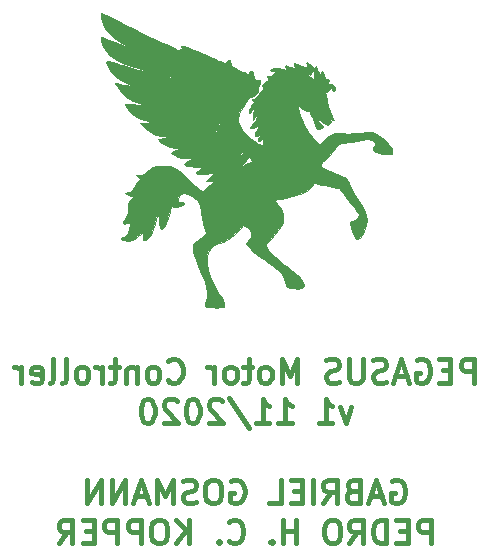
<source format=gbr>
G04 #@! TF.GenerationSoftware,KiCad,Pcbnew,(5.1.5)-3*
G04 #@! TF.CreationDate,2020-12-06T21:02:03-03:00*
G04 #@! TF.ProjectId,InversorPMSM,496e7665-7273-46f7-9250-4d534d2e6b69,rev?*
G04 #@! TF.SameCoordinates,Original*
G04 #@! TF.FileFunction,Legend,Bot*
G04 #@! TF.FilePolarity,Positive*
%FSLAX46Y46*%
G04 Gerber Fmt 4.6, Leading zero omitted, Abs format (unit mm)*
G04 Created by KiCad (PCBNEW (5.1.5)-3) date 2020-12-06 21:02:03*
%MOMM*%
%LPD*%
G04 APERTURE LIST*
%ADD10C,0.400000*%
%ADD11C,0.010000*%
G04 APERTURE END LIST*
D10*
X143793333Y-136725761D02*
X143793333Y-134725761D01*
X143031428Y-134725761D01*
X142840952Y-134821000D01*
X142745714Y-134916238D01*
X142650476Y-135106714D01*
X142650476Y-135392428D01*
X142745714Y-135582904D01*
X142840952Y-135678142D01*
X143031428Y-135773380D01*
X143793333Y-135773380D01*
X141793333Y-135678142D02*
X141126666Y-135678142D01*
X140840952Y-136725761D02*
X141793333Y-136725761D01*
X141793333Y-134725761D01*
X140840952Y-134725761D01*
X138936190Y-134821000D02*
X139126666Y-134725761D01*
X139412380Y-134725761D01*
X139698095Y-134821000D01*
X139888571Y-135011476D01*
X139983809Y-135201952D01*
X140079047Y-135582904D01*
X140079047Y-135868619D01*
X139983809Y-136249571D01*
X139888571Y-136440047D01*
X139698095Y-136630523D01*
X139412380Y-136725761D01*
X139221904Y-136725761D01*
X138936190Y-136630523D01*
X138840952Y-136535285D01*
X138840952Y-135868619D01*
X139221904Y-135868619D01*
X138079047Y-136154333D02*
X137126666Y-136154333D01*
X138269523Y-136725761D02*
X137602857Y-134725761D01*
X136936190Y-136725761D01*
X136364761Y-136630523D02*
X136079047Y-136725761D01*
X135602857Y-136725761D01*
X135412380Y-136630523D01*
X135317142Y-136535285D01*
X135221904Y-136344809D01*
X135221904Y-136154333D01*
X135317142Y-135963857D01*
X135412380Y-135868619D01*
X135602857Y-135773380D01*
X135983809Y-135678142D01*
X136174285Y-135582904D01*
X136269523Y-135487666D01*
X136364761Y-135297190D01*
X136364761Y-135106714D01*
X136269523Y-134916238D01*
X136174285Y-134821000D01*
X135983809Y-134725761D01*
X135507619Y-134725761D01*
X135221904Y-134821000D01*
X134364761Y-134725761D02*
X134364761Y-136344809D01*
X134269523Y-136535285D01*
X134174285Y-136630523D01*
X133983809Y-136725761D01*
X133602857Y-136725761D01*
X133412380Y-136630523D01*
X133317142Y-136535285D01*
X133221904Y-136344809D01*
X133221904Y-134725761D01*
X132364761Y-136630523D02*
X132079047Y-136725761D01*
X131602857Y-136725761D01*
X131412380Y-136630523D01*
X131317142Y-136535285D01*
X131221904Y-136344809D01*
X131221904Y-136154333D01*
X131317142Y-135963857D01*
X131412380Y-135868619D01*
X131602857Y-135773380D01*
X131983809Y-135678142D01*
X132174285Y-135582904D01*
X132269523Y-135487666D01*
X132364761Y-135297190D01*
X132364761Y-135106714D01*
X132269523Y-134916238D01*
X132174285Y-134821000D01*
X131983809Y-134725761D01*
X131507619Y-134725761D01*
X131221904Y-134821000D01*
X128840952Y-136725761D02*
X128840952Y-134725761D01*
X128174285Y-136154333D01*
X127507619Y-134725761D01*
X127507619Y-136725761D01*
X126269523Y-136725761D02*
X126460000Y-136630523D01*
X126555238Y-136535285D01*
X126650476Y-136344809D01*
X126650476Y-135773380D01*
X126555238Y-135582904D01*
X126460000Y-135487666D01*
X126269523Y-135392428D01*
X125983809Y-135392428D01*
X125793333Y-135487666D01*
X125698095Y-135582904D01*
X125602857Y-135773380D01*
X125602857Y-136344809D01*
X125698095Y-136535285D01*
X125793333Y-136630523D01*
X125983809Y-136725761D01*
X126269523Y-136725761D01*
X125031428Y-135392428D02*
X124269523Y-135392428D01*
X124745714Y-134725761D02*
X124745714Y-136440047D01*
X124650476Y-136630523D01*
X124460000Y-136725761D01*
X124269523Y-136725761D01*
X123317142Y-136725761D02*
X123507619Y-136630523D01*
X123602857Y-136535285D01*
X123698095Y-136344809D01*
X123698095Y-135773380D01*
X123602857Y-135582904D01*
X123507619Y-135487666D01*
X123317142Y-135392428D01*
X123031428Y-135392428D01*
X122840952Y-135487666D01*
X122745714Y-135582904D01*
X122650476Y-135773380D01*
X122650476Y-136344809D01*
X122745714Y-136535285D01*
X122840952Y-136630523D01*
X123031428Y-136725761D01*
X123317142Y-136725761D01*
X121793333Y-136725761D02*
X121793333Y-135392428D01*
X121793333Y-135773380D02*
X121698095Y-135582904D01*
X121602857Y-135487666D01*
X121412380Y-135392428D01*
X121221904Y-135392428D01*
X117888571Y-136535285D02*
X117983809Y-136630523D01*
X118269523Y-136725761D01*
X118460000Y-136725761D01*
X118745714Y-136630523D01*
X118936190Y-136440047D01*
X119031428Y-136249571D01*
X119126666Y-135868619D01*
X119126666Y-135582904D01*
X119031428Y-135201952D01*
X118936190Y-135011476D01*
X118745714Y-134821000D01*
X118460000Y-134725761D01*
X118269523Y-134725761D01*
X117983809Y-134821000D01*
X117888571Y-134916238D01*
X116745714Y-136725761D02*
X116936190Y-136630523D01*
X117031428Y-136535285D01*
X117126666Y-136344809D01*
X117126666Y-135773380D01*
X117031428Y-135582904D01*
X116936190Y-135487666D01*
X116745714Y-135392428D01*
X116460000Y-135392428D01*
X116269523Y-135487666D01*
X116174285Y-135582904D01*
X116079047Y-135773380D01*
X116079047Y-136344809D01*
X116174285Y-136535285D01*
X116269523Y-136630523D01*
X116460000Y-136725761D01*
X116745714Y-136725761D01*
X115221904Y-135392428D02*
X115221904Y-136725761D01*
X115221904Y-135582904D02*
X115126666Y-135487666D01*
X114936190Y-135392428D01*
X114650476Y-135392428D01*
X114460000Y-135487666D01*
X114364761Y-135678142D01*
X114364761Y-136725761D01*
X113698095Y-135392428D02*
X112936190Y-135392428D01*
X113412380Y-134725761D02*
X113412380Y-136440047D01*
X113317142Y-136630523D01*
X113126666Y-136725761D01*
X112936190Y-136725761D01*
X112269523Y-136725761D02*
X112269523Y-135392428D01*
X112269523Y-135773380D02*
X112174285Y-135582904D01*
X112079047Y-135487666D01*
X111888571Y-135392428D01*
X111698095Y-135392428D01*
X110745714Y-136725761D02*
X110936190Y-136630523D01*
X111031428Y-136535285D01*
X111126666Y-136344809D01*
X111126666Y-135773380D01*
X111031428Y-135582904D01*
X110936190Y-135487666D01*
X110745714Y-135392428D01*
X110460000Y-135392428D01*
X110269523Y-135487666D01*
X110174285Y-135582904D01*
X110079047Y-135773380D01*
X110079047Y-136344809D01*
X110174285Y-136535285D01*
X110269523Y-136630523D01*
X110460000Y-136725761D01*
X110745714Y-136725761D01*
X108936190Y-136725761D02*
X109126666Y-136630523D01*
X109221904Y-136440047D01*
X109221904Y-134725761D01*
X107888571Y-136725761D02*
X108079047Y-136630523D01*
X108174285Y-136440047D01*
X108174285Y-134725761D01*
X106364761Y-136630523D02*
X106555238Y-136725761D01*
X106936190Y-136725761D01*
X107126666Y-136630523D01*
X107221904Y-136440047D01*
X107221904Y-135678142D01*
X107126666Y-135487666D01*
X106936190Y-135392428D01*
X106555238Y-135392428D01*
X106364761Y-135487666D01*
X106269523Y-135678142D01*
X106269523Y-135868619D01*
X107221904Y-136059095D01*
X105412380Y-136725761D02*
X105412380Y-135392428D01*
X105412380Y-135773380D02*
X105317142Y-135582904D01*
X105221904Y-135487666D01*
X105031428Y-135392428D01*
X104840952Y-135392428D01*
X133412380Y-138792428D02*
X132936190Y-140125761D01*
X132460000Y-138792428D01*
X130650476Y-140125761D02*
X131793333Y-140125761D01*
X131221904Y-140125761D02*
X131221904Y-138125761D01*
X131412380Y-138411476D01*
X131602857Y-138601952D01*
X131793333Y-138697190D01*
X127221904Y-140125761D02*
X128364761Y-140125761D01*
X127793333Y-140125761D02*
X127793333Y-138125761D01*
X127983809Y-138411476D01*
X128174285Y-138601952D01*
X128364761Y-138697190D01*
X125317142Y-140125761D02*
X126460000Y-140125761D01*
X125888571Y-140125761D02*
X125888571Y-138125761D01*
X126079047Y-138411476D01*
X126269523Y-138601952D01*
X126460000Y-138697190D01*
X123031428Y-138030523D02*
X124745714Y-140601952D01*
X122460000Y-138316238D02*
X122364761Y-138221000D01*
X122174285Y-138125761D01*
X121698095Y-138125761D01*
X121507619Y-138221000D01*
X121412380Y-138316238D01*
X121317142Y-138506714D01*
X121317142Y-138697190D01*
X121412380Y-138982904D01*
X122555238Y-140125761D01*
X121317142Y-140125761D01*
X120079047Y-138125761D02*
X119888571Y-138125761D01*
X119698095Y-138221000D01*
X119602857Y-138316238D01*
X119507619Y-138506714D01*
X119412380Y-138887666D01*
X119412380Y-139363857D01*
X119507619Y-139744809D01*
X119602857Y-139935285D01*
X119698095Y-140030523D01*
X119888571Y-140125761D01*
X120079047Y-140125761D01*
X120269523Y-140030523D01*
X120364761Y-139935285D01*
X120460000Y-139744809D01*
X120555238Y-139363857D01*
X120555238Y-138887666D01*
X120460000Y-138506714D01*
X120364761Y-138316238D01*
X120269523Y-138221000D01*
X120079047Y-138125761D01*
X118650476Y-138316238D02*
X118555238Y-138221000D01*
X118364761Y-138125761D01*
X117888571Y-138125761D01*
X117698095Y-138221000D01*
X117602857Y-138316238D01*
X117507619Y-138506714D01*
X117507619Y-138697190D01*
X117602857Y-138982904D01*
X118745714Y-140125761D01*
X117507619Y-140125761D01*
X116269523Y-138125761D02*
X116079047Y-138125761D01*
X115888571Y-138221000D01*
X115793333Y-138316238D01*
X115698095Y-138506714D01*
X115602857Y-138887666D01*
X115602857Y-139363857D01*
X115698095Y-139744809D01*
X115793333Y-139935285D01*
X115888571Y-140030523D01*
X116079047Y-140125761D01*
X116269523Y-140125761D01*
X116460000Y-140030523D01*
X116555238Y-139935285D01*
X116650476Y-139744809D01*
X116745714Y-139363857D01*
X116745714Y-138887666D01*
X116650476Y-138506714D01*
X116555238Y-138316238D01*
X116460000Y-138221000D01*
X116269523Y-138125761D01*
X136840952Y-145021000D02*
X137031428Y-144925761D01*
X137317142Y-144925761D01*
X137602857Y-145021000D01*
X137793333Y-145211476D01*
X137888571Y-145401952D01*
X137983809Y-145782904D01*
X137983809Y-146068619D01*
X137888571Y-146449571D01*
X137793333Y-146640047D01*
X137602857Y-146830523D01*
X137317142Y-146925761D01*
X137126666Y-146925761D01*
X136840952Y-146830523D01*
X136745714Y-146735285D01*
X136745714Y-146068619D01*
X137126666Y-146068619D01*
X135983809Y-146354333D02*
X135031428Y-146354333D01*
X136174285Y-146925761D02*
X135507619Y-144925761D01*
X134840952Y-146925761D01*
X133507619Y-145878142D02*
X133221904Y-145973380D01*
X133126666Y-146068619D01*
X133031428Y-146259095D01*
X133031428Y-146544809D01*
X133126666Y-146735285D01*
X133221904Y-146830523D01*
X133412380Y-146925761D01*
X134174285Y-146925761D01*
X134174285Y-144925761D01*
X133507619Y-144925761D01*
X133317142Y-145021000D01*
X133221904Y-145116238D01*
X133126666Y-145306714D01*
X133126666Y-145497190D01*
X133221904Y-145687666D01*
X133317142Y-145782904D01*
X133507619Y-145878142D01*
X134174285Y-145878142D01*
X131031428Y-146925761D02*
X131698095Y-145973380D01*
X132174285Y-146925761D02*
X132174285Y-144925761D01*
X131412380Y-144925761D01*
X131221904Y-145021000D01*
X131126666Y-145116238D01*
X131031428Y-145306714D01*
X131031428Y-145592428D01*
X131126666Y-145782904D01*
X131221904Y-145878142D01*
X131412380Y-145973380D01*
X132174285Y-145973380D01*
X130174285Y-146925761D02*
X130174285Y-144925761D01*
X129221904Y-145878142D02*
X128555238Y-145878142D01*
X128269523Y-146925761D02*
X129221904Y-146925761D01*
X129221904Y-144925761D01*
X128269523Y-144925761D01*
X126460000Y-146925761D02*
X127412380Y-146925761D01*
X127412380Y-144925761D01*
X123221904Y-145021000D02*
X123412380Y-144925761D01*
X123698095Y-144925761D01*
X123983809Y-145021000D01*
X124174285Y-145211476D01*
X124269523Y-145401952D01*
X124364761Y-145782904D01*
X124364761Y-146068619D01*
X124269523Y-146449571D01*
X124174285Y-146640047D01*
X123983809Y-146830523D01*
X123698095Y-146925761D01*
X123507619Y-146925761D01*
X123221904Y-146830523D01*
X123126666Y-146735285D01*
X123126666Y-146068619D01*
X123507619Y-146068619D01*
X121888571Y-144925761D02*
X121507619Y-144925761D01*
X121317142Y-145021000D01*
X121126666Y-145211476D01*
X121031428Y-145592428D01*
X121031428Y-146259095D01*
X121126666Y-146640047D01*
X121317142Y-146830523D01*
X121507619Y-146925761D01*
X121888571Y-146925761D01*
X122079047Y-146830523D01*
X122269523Y-146640047D01*
X122364761Y-146259095D01*
X122364761Y-145592428D01*
X122269523Y-145211476D01*
X122079047Y-145021000D01*
X121888571Y-144925761D01*
X120269523Y-146830523D02*
X119983809Y-146925761D01*
X119507619Y-146925761D01*
X119317142Y-146830523D01*
X119221904Y-146735285D01*
X119126666Y-146544809D01*
X119126666Y-146354333D01*
X119221904Y-146163857D01*
X119317142Y-146068619D01*
X119507619Y-145973380D01*
X119888571Y-145878142D01*
X120079047Y-145782904D01*
X120174285Y-145687666D01*
X120269523Y-145497190D01*
X120269523Y-145306714D01*
X120174285Y-145116238D01*
X120079047Y-145021000D01*
X119888571Y-144925761D01*
X119412380Y-144925761D01*
X119126666Y-145021000D01*
X118269523Y-146925761D02*
X118269523Y-144925761D01*
X117602857Y-146354333D01*
X116936190Y-144925761D01*
X116936190Y-146925761D01*
X116079047Y-146354333D02*
X115126666Y-146354333D01*
X116269523Y-146925761D02*
X115602857Y-144925761D01*
X114936190Y-146925761D01*
X114269523Y-146925761D02*
X114269523Y-144925761D01*
X113126666Y-146925761D01*
X113126666Y-144925761D01*
X112174285Y-146925761D02*
X112174285Y-144925761D01*
X111031428Y-146925761D01*
X111031428Y-144925761D01*
X140174285Y-150325761D02*
X140174285Y-148325761D01*
X139412380Y-148325761D01*
X139221904Y-148421000D01*
X139126666Y-148516238D01*
X139031428Y-148706714D01*
X139031428Y-148992428D01*
X139126666Y-149182904D01*
X139221904Y-149278142D01*
X139412380Y-149373380D01*
X140174285Y-149373380D01*
X138174285Y-149278142D02*
X137507619Y-149278142D01*
X137221904Y-150325761D02*
X138174285Y-150325761D01*
X138174285Y-148325761D01*
X137221904Y-148325761D01*
X136364761Y-150325761D02*
X136364761Y-148325761D01*
X135888571Y-148325761D01*
X135602857Y-148421000D01*
X135412380Y-148611476D01*
X135317142Y-148801952D01*
X135221904Y-149182904D01*
X135221904Y-149468619D01*
X135317142Y-149849571D01*
X135412380Y-150040047D01*
X135602857Y-150230523D01*
X135888571Y-150325761D01*
X136364761Y-150325761D01*
X133221904Y-150325761D02*
X133888571Y-149373380D01*
X134364761Y-150325761D02*
X134364761Y-148325761D01*
X133602857Y-148325761D01*
X133412380Y-148421000D01*
X133317142Y-148516238D01*
X133221904Y-148706714D01*
X133221904Y-148992428D01*
X133317142Y-149182904D01*
X133412380Y-149278142D01*
X133602857Y-149373380D01*
X134364761Y-149373380D01*
X131983809Y-148325761D02*
X131602857Y-148325761D01*
X131412380Y-148421000D01*
X131221904Y-148611476D01*
X131126666Y-148992428D01*
X131126666Y-149659095D01*
X131221904Y-150040047D01*
X131412380Y-150230523D01*
X131602857Y-150325761D01*
X131983809Y-150325761D01*
X132174285Y-150230523D01*
X132364761Y-150040047D01*
X132460000Y-149659095D01*
X132460000Y-148992428D01*
X132364761Y-148611476D01*
X132174285Y-148421000D01*
X131983809Y-148325761D01*
X128745714Y-150325761D02*
X128745714Y-148325761D01*
X128745714Y-149278142D02*
X127602857Y-149278142D01*
X127602857Y-150325761D02*
X127602857Y-148325761D01*
X126650476Y-150135285D02*
X126555238Y-150230523D01*
X126650476Y-150325761D01*
X126745714Y-150230523D01*
X126650476Y-150135285D01*
X126650476Y-150325761D01*
X123031428Y-150135285D02*
X123126666Y-150230523D01*
X123412380Y-150325761D01*
X123602857Y-150325761D01*
X123888571Y-150230523D01*
X124079047Y-150040047D01*
X124174285Y-149849571D01*
X124269523Y-149468619D01*
X124269523Y-149182904D01*
X124174285Y-148801952D01*
X124079047Y-148611476D01*
X123888571Y-148421000D01*
X123602857Y-148325761D01*
X123412380Y-148325761D01*
X123126666Y-148421000D01*
X123031428Y-148516238D01*
X122174285Y-150135285D02*
X122079047Y-150230523D01*
X122174285Y-150325761D01*
X122269523Y-150230523D01*
X122174285Y-150135285D01*
X122174285Y-150325761D01*
X119698095Y-150325761D02*
X119698095Y-148325761D01*
X118555238Y-150325761D02*
X119412380Y-149182904D01*
X118555238Y-148325761D02*
X119698095Y-149468619D01*
X117317142Y-148325761D02*
X116936190Y-148325761D01*
X116745714Y-148421000D01*
X116555238Y-148611476D01*
X116460000Y-148992428D01*
X116460000Y-149659095D01*
X116555238Y-150040047D01*
X116745714Y-150230523D01*
X116936190Y-150325761D01*
X117317142Y-150325761D01*
X117507619Y-150230523D01*
X117698095Y-150040047D01*
X117793333Y-149659095D01*
X117793333Y-148992428D01*
X117698095Y-148611476D01*
X117507619Y-148421000D01*
X117317142Y-148325761D01*
X115602857Y-150325761D02*
X115602857Y-148325761D01*
X114840952Y-148325761D01*
X114650476Y-148421000D01*
X114555238Y-148516238D01*
X114460000Y-148706714D01*
X114460000Y-148992428D01*
X114555238Y-149182904D01*
X114650476Y-149278142D01*
X114840952Y-149373380D01*
X115602857Y-149373380D01*
X113602857Y-150325761D02*
X113602857Y-148325761D01*
X112840952Y-148325761D01*
X112650476Y-148421000D01*
X112555238Y-148516238D01*
X112460000Y-148706714D01*
X112460000Y-148992428D01*
X112555238Y-149182904D01*
X112650476Y-149278142D01*
X112840952Y-149373380D01*
X113602857Y-149373380D01*
X111602857Y-149278142D02*
X110936190Y-149278142D01*
X110650476Y-150325761D02*
X111602857Y-150325761D01*
X111602857Y-148325761D01*
X110650476Y-148325761D01*
X108650476Y-150325761D02*
X109317142Y-149373380D01*
X109793333Y-150325761D02*
X109793333Y-148325761D01*
X109031428Y-148325761D01*
X108840952Y-148421000D01*
X108745714Y-148516238D01*
X108650476Y-148706714D01*
X108650476Y-148992428D01*
X108745714Y-149182904D01*
X108840952Y-149278142D01*
X109031428Y-149373380D01*
X109793333Y-149373380D01*
D11*
G36*
X112186393Y-105564836D02*
G01*
X112222949Y-105792663D01*
X112300687Y-106082284D01*
X112406369Y-106386980D01*
X112526755Y-106660035D01*
X112571897Y-106742879D01*
X112877335Y-107142168D01*
X113309451Y-107539141D01*
X113827985Y-107903096D01*
X114392680Y-108203327D01*
X114601137Y-108290524D01*
X114911778Y-108415175D01*
X115147201Y-108518404D01*
X115274193Y-108585191D01*
X115286471Y-108600418D01*
X115203545Y-108579611D01*
X114990009Y-108506594D01*
X114672689Y-108391508D01*
X114278410Y-108244497D01*
X113833997Y-108075701D01*
X113366276Y-107895263D01*
X112902072Y-107713325D01*
X112468212Y-107540029D01*
X112289166Y-107467217D01*
X112198398Y-107480868D01*
X112181515Y-107608457D01*
X112226350Y-107818084D01*
X112320736Y-108077851D01*
X112452507Y-108355856D01*
X112609496Y-108620200D01*
X112779536Y-108838982D01*
X112832696Y-108892287D01*
X113104687Y-109121310D01*
X113411999Y-109329082D01*
X113773578Y-109523073D01*
X114208372Y-109710748D01*
X114735326Y-109899577D01*
X115373387Y-110097025D01*
X116141502Y-110310562D01*
X116986420Y-110529440D01*
X117757792Y-110725167D01*
X118376337Y-110884036D01*
X118853746Y-111009290D01*
X119201707Y-111104173D01*
X119431912Y-111171929D01*
X119556049Y-111215801D01*
X119585808Y-111239035D01*
X119563040Y-111244429D01*
X119438772Y-111226653D01*
X119357965Y-111209667D01*
X117940666Y-111209667D01*
X117898333Y-111252000D01*
X117856000Y-111209667D01*
X117898333Y-111167334D01*
X117940666Y-111209667D01*
X119357965Y-111209667D01*
X119174336Y-111171068D01*
X118793151Y-111083588D01*
X118612258Y-111040334D01*
X117178666Y-111040334D01*
X117136333Y-111082667D01*
X117094000Y-111040334D01*
X117136333Y-110998000D01*
X117178666Y-111040334D01*
X118612258Y-111040334D01*
X118318642Y-110970127D01*
X118259687Y-110955667D01*
X116755333Y-110955667D01*
X116713000Y-110998000D01*
X116670666Y-110955667D01*
X116713000Y-110913334D01*
X116755333Y-110955667D01*
X118259687Y-110955667D01*
X117774229Y-110836598D01*
X117183335Y-110688916D01*
X116569382Y-110532993D01*
X115955791Y-110374743D01*
X115365985Y-110220080D01*
X114823387Y-110074918D01*
X114351417Y-109945170D01*
X113973497Y-109836750D01*
X113897458Y-109813974D01*
X113483832Y-109690332D01*
X113126959Y-109586787D01*
X112858755Y-109512365D01*
X112711137Y-109476094D01*
X112695363Y-109474000D01*
X112663918Y-109543746D01*
X112702213Y-109725404D01*
X112710148Y-109749167D01*
X112986390Y-110294881D01*
X113414260Y-110766396D01*
X113994160Y-111164091D01*
X114450064Y-111382045D01*
X114678149Y-111485013D01*
X114804195Y-111558865D01*
X114802383Y-111587088D01*
X114644576Y-111573729D01*
X114380582Y-111535845D01*
X114069957Y-111483597D01*
X113772257Y-111427147D01*
X113547038Y-111376653D01*
X113511307Y-111366820D01*
X113422137Y-111350631D01*
X113409721Y-111399542D01*
X113475964Y-111548120D01*
X113526739Y-111646707D01*
X113860706Y-112139760D01*
X114310941Y-112546273D01*
X114893795Y-112878680D01*
X115415571Y-113082744D01*
X115660996Y-113165110D01*
X115818867Y-113221960D01*
X115876280Y-113254422D01*
X115820331Y-113263627D01*
X115638116Y-113250706D01*
X115316731Y-113216789D01*
X114843272Y-113163007D01*
X114694010Y-113145947D01*
X114199020Y-113089435D01*
X114375728Y-113435813D01*
X114661254Y-113824205D01*
X115078967Y-114160037D01*
X115594798Y-114422881D01*
X116174676Y-114592312D01*
X116353250Y-114621499D01*
X116797666Y-114681000D01*
X116167209Y-114723334D01*
X115536751Y-114765667D01*
X115820526Y-115088155D01*
X116254960Y-115456464D01*
X116812813Y-115722021D01*
X117478506Y-115878791D01*
X117966001Y-115919629D01*
X118113362Y-115929154D01*
X118123673Y-115947233D01*
X117986629Y-115977773D01*
X117691925Y-116024677D01*
X117686666Y-116025463D01*
X117051666Y-116120334D01*
X117237664Y-116306331D01*
X117596923Y-116576100D01*
X118050384Y-116748489D01*
X118522001Y-116826940D01*
X119080393Y-116882334D01*
X118593252Y-117035439D01*
X118345534Y-117127716D01*
X118188599Y-117214569D01*
X118156134Y-117269483D01*
X118256857Y-117354195D01*
X118453047Y-117474041D01*
X118555199Y-117528489D01*
X118769423Y-117621583D01*
X118987309Y-117669550D01*
X119267468Y-117680382D01*
X119576003Y-117667670D01*
X120247764Y-117628782D01*
X119729215Y-117864169D01*
X119467565Y-117994167D01*
X119281193Y-118108187D01*
X119210666Y-118181163D01*
X119289608Y-118276553D01*
X119503648Y-118359000D01*
X119818609Y-118419994D01*
X120200314Y-118451024D01*
X120302801Y-118453108D01*
X120594434Y-118458819D01*
X120741367Y-118475231D01*
X120768207Y-118510133D01*
X120699560Y-118571316D01*
X120692333Y-118576421D01*
X120427634Y-118766373D01*
X120280591Y-118885722D01*
X120227317Y-118956815D01*
X120240742Y-118998965D01*
X120360971Y-119035220D01*
X120596679Y-119054274D01*
X120894879Y-119056038D01*
X121202586Y-119040425D01*
X121466811Y-119007346D01*
X121498547Y-119001057D01*
X121793000Y-118938854D01*
X121123634Y-119634000D01*
X121500650Y-119634317D01*
X121877666Y-119634633D01*
X121623664Y-119789535D01*
X121407095Y-119952660D01*
X121171258Y-120174213D01*
X121100529Y-120250961D01*
X120831398Y-120557485D01*
X120511842Y-120340629D01*
X120321298Y-120190001D01*
X120054310Y-119951131D01*
X119749730Y-119659794D01*
X119510110Y-119418169D01*
X119088609Y-119005103D01*
X118726867Y-118712468D01*
X118388192Y-118521512D01*
X118035896Y-118413482D01*
X117633288Y-118369629D01*
X117451114Y-118365860D01*
X116944126Y-118394714D01*
X116553038Y-118495059D01*
X116233966Y-118682320D01*
X116040993Y-118861573D01*
X115806965Y-119055153D01*
X115557395Y-119126067D01*
X115490659Y-119128817D01*
X115189000Y-119131634D01*
X115377809Y-119289186D01*
X115500044Y-119414043D01*
X115492132Y-119502183D01*
X115449669Y-119543799D01*
X115349628Y-119669090D01*
X115211804Y-119892806D01*
X115101671Y-120097516D01*
X114959406Y-120357632D01*
X114836278Y-120503913D01*
X114685300Y-120578412D01*
X114526470Y-120612318D01*
X114317053Y-120653842D01*
X114251664Y-120695704D01*
X114306466Y-120760504D01*
X114342007Y-120787231D01*
X114546353Y-120874981D01*
X114748286Y-120904000D01*
X114994875Y-120904000D01*
X114732104Y-121203280D01*
X114584506Y-121390666D01*
X114505333Y-121566883D01*
X114473941Y-121797747D01*
X114469333Y-122040992D01*
X114460287Y-122352377D01*
X114419999Y-122557792D01*
X114328749Y-122720210D01*
X114215656Y-122850987D01*
X114048909Y-123068998D01*
X114030047Y-123206246D01*
X114158517Y-123261135D01*
X114353097Y-123246988D01*
X114545584Y-123227914D01*
X114623354Y-123278674D01*
X114636807Y-123428157D01*
X114588317Y-123726928D01*
X114466894Y-124026629D01*
X114301726Y-124273734D01*
X114122006Y-124414715D01*
X114093810Y-124423858D01*
X113913952Y-124498137D01*
X113898730Y-124580177D01*
X114049741Y-124655792D01*
X114067166Y-124660636D01*
X114511014Y-124708357D01*
X114939639Y-124602659D01*
X115370456Y-124337877D01*
X115558943Y-124175355D01*
X115844219Y-123909667D01*
X115787614Y-124304996D01*
X115759480Y-124541911D01*
X115773323Y-124650386D01*
X115841672Y-124668731D01*
X115902242Y-124655546D01*
X116079859Y-124565610D01*
X116274759Y-124409391D01*
X116282958Y-124401285D01*
X116378510Y-124292392D01*
X116463746Y-124155886D01*
X116550152Y-123963404D01*
X116649217Y-123686584D01*
X116772428Y-123297063D01*
X116893602Y-122893667D01*
X117044398Y-122385667D01*
X117096807Y-122893667D01*
X117154012Y-123305336D01*
X117227339Y-123563235D01*
X117322132Y-123682586D01*
X117378225Y-123695096D01*
X117466283Y-123618867D01*
X117587502Y-123420516D01*
X117724792Y-123139626D01*
X117861062Y-122815780D01*
X117979219Y-122488561D01*
X118032685Y-122301000D01*
X117178666Y-122301000D01*
X117136333Y-122343334D01*
X117094000Y-122301000D01*
X117136333Y-122258667D01*
X117178666Y-122301000D01*
X118032685Y-122301000D01*
X118062175Y-122197551D01*
X118088809Y-122049385D01*
X118129723Y-121809396D01*
X118183433Y-121726136D01*
X118223211Y-121745345D01*
X118386873Y-121819295D01*
X118622329Y-121830023D01*
X118873886Y-121788450D01*
X119085854Y-121705500D01*
X119202543Y-121592094D01*
X119210666Y-121551679D01*
X119136820Y-121458902D01*
X118995472Y-121433167D01*
X118814101Y-121415810D01*
X118731304Y-121384193D01*
X118704313Y-121252903D01*
X118763866Y-121060729D01*
X118882811Y-120872273D01*
X118986256Y-120777564D01*
X119244894Y-120705849D01*
X119578028Y-120782251D01*
X119987989Y-121007386D01*
X120072319Y-121065304D01*
X120325311Y-121274100D01*
X120494496Y-121504036D01*
X120599949Y-121798918D01*
X120661742Y-122202550D01*
X120677370Y-122385667D01*
X120726347Y-122795054D01*
X120806568Y-123218218D01*
X120900700Y-123563801D01*
X120901075Y-123564885D01*
X121074570Y-124066770D01*
X120883451Y-124272380D01*
X120696624Y-124445644D01*
X120445750Y-124645473D01*
X120332500Y-124727062D01*
X120109923Y-124900797D01*
X120002786Y-125052440D01*
X119974707Y-125234890D01*
X119974736Y-125247234D01*
X119999547Y-125562597D01*
X120075704Y-125911342D01*
X120212867Y-126324087D01*
X120420697Y-126831450D01*
X120601349Y-127233186D01*
X120904687Y-127951902D01*
X121099154Y-128562669D01*
X121188363Y-129084111D01*
X121175928Y-129534851D01*
X121105064Y-129829011D01*
X121035617Y-130066710D01*
X121008638Y-130232327D01*
X121016420Y-130273309D01*
X121131341Y-130308405D01*
X121365847Y-130335614D01*
X121670313Y-130353584D01*
X121995117Y-130360962D01*
X122290636Y-130356396D01*
X122507246Y-130338535D01*
X122587328Y-130316120D01*
X122659327Y-130175741D01*
X122651765Y-129954429D01*
X122576659Y-129713689D01*
X122446024Y-129515023D01*
X122427311Y-129497044D01*
X122177066Y-129201177D01*
X121921581Y-128778718D01*
X121678311Y-128270883D01*
X121464712Y-127718884D01*
X121298237Y-127163937D01*
X121196341Y-126647255D01*
X121186903Y-126568146D01*
X121188028Y-126070884D01*
X121293293Y-125637454D01*
X121489713Y-125294718D01*
X121764299Y-125069535D01*
X121942198Y-125005901D01*
X122541910Y-124803456D01*
X123137711Y-124473545D01*
X123675763Y-124050508D01*
X124017381Y-123682224D01*
X124263595Y-123370115D01*
X124533241Y-123534096D01*
X124810759Y-123778243D01*
X124928076Y-124065469D01*
X124883542Y-124379395D01*
X124675506Y-124703639D01*
X124653499Y-124727668D01*
X124442688Y-124953002D01*
X124809149Y-125350566D01*
X125019237Y-125548853D01*
X125332099Y-125807257D01*
X125707978Y-126094471D01*
X126107116Y-126379188D01*
X126169392Y-126421682D01*
X126756323Y-126839616D01*
X127201686Y-127206430D01*
X127519286Y-127538333D01*
X127722928Y-127851534D01*
X127826417Y-128162241D01*
X127846666Y-128391017D01*
X127874314Y-128533778D01*
X127986149Y-128625735D01*
X128204878Y-128698597D01*
X128516993Y-128749453D01*
X128844041Y-128751417D01*
X129126178Y-128708561D01*
X129303558Y-128624960D01*
X129304817Y-128623717D01*
X129358512Y-128460553D01*
X129306015Y-128225511D01*
X129164295Y-127962926D01*
X128961985Y-127727888D01*
X128829978Y-127606631D01*
X128691967Y-127485235D01*
X128526086Y-127345907D01*
X128310469Y-127170855D01*
X128023247Y-126942287D01*
X127642554Y-126642410D01*
X127236187Y-126323680D01*
X126777036Y-125939358D01*
X126436780Y-125601364D01*
X126225514Y-125321008D01*
X126153333Y-125110451D01*
X126208783Y-124996870D01*
X126359372Y-124792560D01*
X126581454Y-124527476D01*
X126825019Y-124259463D01*
X127204472Y-123830084D01*
X127459935Y-123469181D01*
X127605278Y-123146904D01*
X127654372Y-122833403D01*
X127627457Y-122532579D01*
X127548971Y-122210610D01*
X127424520Y-121951343D01*
X127216867Y-121685885D01*
X127104454Y-121564926D01*
X127078798Y-121539000D01*
X125560666Y-121539000D01*
X125518333Y-121581334D01*
X125476000Y-121539000D01*
X125518333Y-121496667D01*
X125560666Y-121539000D01*
X127078798Y-121539000D01*
X126979407Y-121438566D01*
X126899948Y-121348409D01*
X126885042Y-121283572D01*
X126953659Y-121233166D01*
X127124764Y-121186306D01*
X127417324Y-121132105D01*
X127850308Y-121059678D01*
X128040508Y-121027673D01*
X128725447Y-120874389D01*
X129295391Y-120669554D01*
X129733719Y-120420879D01*
X130023815Y-120136071D01*
X130050823Y-120095098D01*
X130167053Y-119912819D01*
X130238898Y-119811028D01*
X130247347Y-119803334D01*
X130330733Y-119822771D01*
X130542870Y-119875219D01*
X130848416Y-119951885D01*
X131097965Y-120015000D01*
X131476638Y-120105542D01*
X131815829Y-120176748D01*
X132067832Y-120219086D01*
X132157268Y-120226667D01*
X132359746Y-120283173D01*
X132527861Y-120473866D01*
X132542246Y-120497675D01*
X132660198Y-120669899D01*
X132859851Y-120933313D01*
X133112384Y-121250816D01*
X133364834Y-121556643D01*
X133674741Y-121942607D01*
X133893972Y-122253133D01*
X134010862Y-122470867D01*
X134027333Y-122542512D01*
X133951383Y-122781423D01*
X133755310Y-122954979D01*
X133491500Y-123020667D01*
X133350150Y-123042989D01*
X133280095Y-123125738D01*
X133281215Y-123292584D01*
X133353391Y-123567198D01*
X133486809Y-123947156D01*
X133610354Y-124259460D01*
X133708283Y-124441637D01*
X133803114Y-124525905D01*
X133904377Y-124544667D01*
X134112387Y-124463719D01*
X134314627Y-124235140D01*
X134495152Y-123880325D01*
X134579544Y-123638673D01*
X134674892Y-123264525D01*
X134709375Y-122931471D01*
X134674452Y-122608116D01*
X134561578Y-122263059D01*
X134362213Y-121864902D01*
X134067814Y-121382247D01*
X133893115Y-121115667D01*
X133648585Y-120733375D01*
X133431637Y-120367550D01*
X133264823Y-120058018D01*
X133170695Y-119844605D01*
X133167262Y-119833806D01*
X133112848Y-119668325D01*
X133048268Y-119541897D01*
X133014872Y-119507000D01*
X122512666Y-119507000D01*
X122470333Y-119549334D01*
X122428000Y-119507000D01*
X122470333Y-119464667D01*
X122512666Y-119507000D01*
X133014872Y-119507000D01*
X132946962Y-119436038D01*
X132782375Y-119332260D01*
X132527949Y-119212079D01*
X132157126Y-119057009D01*
X131903105Y-118953864D01*
X131808522Y-118914334D01*
X121920000Y-118914334D01*
X121877666Y-118956667D01*
X121835333Y-118914334D01*
X121877666Y-118872000D01*
X121920000Y-118914334D01*
X131808522Y-118914334D01*
X131538820Y-118801616D01*
X131228700Y-118663281D01*
X131009265Y-118555694D01*
X130921933Y-118501585D01*
X130864560Y-118363172D01*
X130870789Y-118174996D01*
X130927789Y-118009892D01*
X131020754Y-117940667D01*
X131060065Y-117919959D01*
X125020462Y-117919959D01*
X125010333Y-117994064D01*
X124891256Y-118047400D01*
X124675413Y-118148717D01*
X124502333Y-118231475D01*
X124265326Y-118344462D01*
X124099588Y-118421344D01*
X124050890Y-118441989D01*
X124087321Y-118387895D01*
X124209885Y-118239728D01*
X124389557Y-118032413D01*
X124507698Y-117898334D01*
X122428000Y-117898334D01*
X122385666Y-117940667D01*
X122343333Y-117898334D01*
X122385666Y-117856000D01*
X122428000Y-117898334D01*
X124507698Y-117898334D01*
X124756333Y-117616159D01*
X124925666Y-117788324D01*
X125020462Y-117919959D01*
X131060065Y-117919959D01*
X131140626Y-117877522D01*
X131329412Y-117709757D01*
X131471607Y-117559667D01*
X120396000Y-117559667D01*
X120353666Y-117602000D01*
X120311333Y-117559667D01*
X120353666Y-117517334D01*
X120396000Y-117559667D01*
X131471607Y-117559667D01*
X131556672Y-117469880D01*
X131758922Y-117229650D01*
X124252540Y-117229650D01*
X124206000Y-117305667D01*
X124078514Y-117412390D01*
X124015933Y-117432667D01*
X123990126Y-117381684D01*
X124036666Y-117305667D01*
X124164152Y-117198944D01*
X124226734Y-117178667D01*
X124252540Y-117229650D01*
X131758922Y-117229650D01*
X131791971Y-117190395D01*
X132004872Y-116903809D01*
X132038916Y-116853298D01*
X132086861Y-116783556D01*
X119267111Y-116783556D01*
X119255489Y-116833890D01*
X119210666Y-116840000D01*
X119140976Y-116809022D01*
X119154222Y-116783556D01*
X119254702Y-116773423D01*
X119267111Y-116783556D01*
X132086861Y-116783556D01*
X132140953Y-116704874D01*
X132238692Y-116598425D01*
X132363328Y-116522737D01*
X132546056Y-116466596D01*
X132818070Y-116418791D01*
X133210566Y-116368109D01*
X133477000Y-116336376D01*
X133853842Y-116281056D01*
X134214340Y-116210213D01*
X134485866Y-116138304D01*
X134504868Y-116131774D01*
X134734563Y-116060660D01*
X134892053Y-116063007D01*
X135062317Y-116149291D01*
X135156676Y-116212128D01*
X135342026Y-116346490D01*
X135410194Y-116450590D01*
X135384313Y-116588955D01*
X135335308Y-116710372D01*
X135255433Y-116913525D01*
X135214202Y-117041804D01*
X135212666Y-117053268D01*
X135289569Y-117135763D01*
X135490121Y-117218484D01*
X135769092Y-117289288D01*
X136081252Y-117336033D01*
X136310614Y-117348000D01*
X136821333Y-117348000D01*
X136821333Y-117045711D01*
X136806989Y-116889756D01*
X136748377Y-116745009D01*
X136622127Y-116577762D01*
X136404871Y-116354305D01*
X136219674Y-116177878D01*
X135916598Y-115905663D01*
X135656094Y-115716359D01*
X135398592Y-115599100D01*
X135104524Y-115543021D01*
X134734318Y-115537257D01*
X134248404Y-115570945D01*
X134069666Y-115587549D01*
X133614282Y-115618897D01*
X133132975Y-115632323D01*
X132707686Y-115626117D01*
X132582382Y-115618615D01*
X132248077Y-115597161D01*
X132022882Y-115604661D01*
X131847411Y-115653256D01*
X131662280Y-115755087D01*
X131546634Y-115830355D01*
X131266655Y-116028984D01*
X131001219Y-116238290D01*
X130897423Y-116329426D01*
X130643341Y-116566773D01*
X130374011Y-116289667D01*
X126322666Y-116289667D01*
X126280333Y-116332000D01*
X126238000Y-116289667D01*
X126280333Y-116247334D01*
X126322666Y-116289667D01*
X130374011Y-116289667D01*
X130282170Y-116195175D01*
X130152690Y-116035667D01*
X126238000Y-116035667D01*
X126195666Y-116078000D01*
X126153333Y-116035667D01*
X126195666Y-115993334D01*
X126238000Y-116035667D01*
X130152690Y-116035667D01*
X129946506Y-115781667D01*
X126153333Y-115781667D01*
X126111000Y-115824000D01*
X126068666Y-115781667D01*
X126111000Y-115739334D01*
X126153333Y-115781667D01*
X129946506Y-115781667D01*
X129814213Y-115618695D01*
X129409070Y-114932002D01*
X129099442Y-114191518D01*
X129071894Y-114106915D01*
X128952013Y-113716562D01*
X128888342Y-113469755D01*
X128881680Y-113350029D01*
X128932828Y-113340918D01*
X129042584Y-113425958D01*
X129102258Y-113481863D01*
X129412441Y-113679107D01*
X129649189Y-113722961D01*
X129837824Y-113745653D01*
X129918943Y-113787358D01*
X129916745Y-113798885D01*
X129932506Y-113901419D01*
X130012573Y-114106591D01*
X130131814Y-114354460D01*
X130265374Y-114640681D01*
X130357643Y-114893458D01*
X130386666Y-115038499D01*
X130412674Y-115169678D01*
X130522952Y-115223203D01*
X130683000Y-115231334D01*
X130905973Y-115194425D01*
X130976847Y-115085724D01*
X130895425Y-114908265D01*
X130716379Y-114714969D01*
X130574063Y-114560053D01*
X130548958Y-114477344D01*
X130574621Y-114469334D01*
X130711546Y-114526882D01*
X130881098Y-114666844D01*
X130894666Y-114681000D01*
X131141191Y-114855870D01*
X131387814Y-114872323D01*
X131607394Y-114731001D01*
X131704734Y-114605861D01*
X131680688Y-114532198D01*
X131599350Y-114479576D01*
X131503804Y-114407442D01*
X131534844Y-114390157D01*
X131658286Y-114429404D01*
X131746899Y-114472312D01*
X131852826Y-114515895D01*
X131896598Y-114488310D01*
X131874355Y-114369960D01*
X131782237Y-114141250D01*
X131616385Y-113782583D01*
X131607278Y-113763391D01*
X131408175Y-113284023D01*
X131314296Y-112898157D01*
X131303889Y-112739240D01*
X131288225Y-112498134D01*
X131248665Y-112336250D01*
X131226278Y-112305973D01*
X131150611Y-112199013D01*
X131206944Y-112111386D01*
X131272688Y-112098667D01*
X131407433Y-112031443D01*
X131487333Y-111929334D01*
X131613095Y-111781816D01*
X131729495Y-111791694D01*
X131801219Y-111928381D01*
X131868765Y-112046242D01*
X131944564Y-112022291D01*
X131992065Y-111878013D01*
X131995333Y-111814270D01*
X131981767Y-111764997D01*
X130979333Y-111764997D01*
X130952125Y-111841925D01*
X130889690Y-111774814D01*
X130862361Y-111713269D01*
X130856444Y-111625870D01*
X130895636Y-111633600D01*
X130976324Y-111742001D01*
X130979333Y-111764997D01*
X131981767Y-111764997D01*
X131929329Y-111574550D01*
X131736163Y-111444284D01*
X131555066Y-111421334D01*
X131371834Y-111389994D01*
X131322526Y-111316295D01*
X131422940Y-111230717D01*
X131450366Y-111219323D01*
X131541123Y-111140665D01*
X131503544Y-111066072D01*
X131372143Y-111046022D01*
X131336796Y-111053219D01*
X131233053Y-111042306D01*
X131152669Y-110923800D01*
X131082013Y-110702144D01*
X130994540Y-110469853D01*
X130905278Y-110372853D01*
X130835372Y-110418912D01*
X130806181Y-110600830D01*
X130794545Y-110705066D01*
X130754192Y-110671427D01*
X130686058Y-110532334D01*
X130606219Y-110377842D01*
X130566057Y-110369891D01*
X130550862Y-110447667D01*
X130528208Y-110481306D01*
X130492702Y-110371100D01*
X130474940Y-110278334D01*
X130417910Y-109939667D01*
X130317622Y-110178012D01*
X130251592Y-110422541D01*
X130218296Y-110717345D01*
X130217333Y-110768327D01*
X130217333Y-111120296D01*
X129858191Y-110761154D01*
X130054112Y-110412559D01*
X130250033Y-110063965D01*
X129958516Y-109814757D01*
X129731867Y-109633920D01*
X129610885Y-109574617D01*
X129584659Y-109635567D01*
X129626762Y-109775845D01*
X129687468Y-109945963D01*
X129709333Y-110025282D01*
X129638776Y-110026828D01*
X129461194Y-109984196D01*
X129227724Y-109913695D01*
X128989501Y-109831639D01*
X128797662Y-109754338D01*
X128712454Y-109707296D01*
X128587762Y-109655676D01*
X128536281Y-109726374D01*
X128579788Y-109880374D01*
X128598183Y-109912010D01*
X128657913Y-110023207D01*
X128624625Y-110061232D01*
X128466998Y-110042932D01*
X128383311Y-110027583D01*
X128147362Y-109968265D01*
X127979601Y-109899340D01*
X127960733Y-109886223D01*
X127861812Y-109854995D01*
X127821324Y-109933380D01*
X127847978Y-110069122D01*
X127913045Y-110172362D01*
X127977035Y-110255268D01*
X127955236Y-110281003D01*
X127820208Y-110251683D01*
X127626830Y-110194445D01*
X127190936Y-110092988D01*
X126849469Y-110077345D01*
X126624707Y-110147696D01*
X126582987Y-110186051D01*
X126542776Y-110276722D01*
X126633297Y-110334701D01*
X126733282Y-110360207D01*
X126982657Y-110414979D01*
X126782895Y-110614742D01*
X126562216Y-110762018D01*
X126410566Y-110769378D01*
X126270112Y-110773377D01*
X126248099Y-110855759D01*
X126351644Y-110967308D01*
X126379513Y-110984114D01*
X126454728Y-111048033D01*
X126405980Y-111115703D01*
X126267513Y-111194405D01*
X126005537Y-111359401D01*
X125862647Y-111513639D01*
X125855196Y-111636325D01*
X125892541Y-111671136D01*
X125949870Y-111750056D01*
X125905688Y-111887663D01*
X125850509Y-111982183D01*
X125624712Y-112299165D01*
X125397070Y-112539752D01*
X125198630Y-112673742D01*
X125121493Y-112691333D01*
X124992756Y-112730035D01*
X124968000Y-112776000D01*
X125039834Y-112843083D01*
X125158500Y-112863241D01*
X125284641Y-112874900D01*
X125254812Y-112919407D01*
X125207415Y-112948432D01*
X125034542Y-113111092D01*
X124866545Y-113362033D01*
X124746553Y-113627418D01*
X124714000Y-113793190D01*
X124720005Y-113914481D01*
X124761294Y-113923366D01*
X124872774Y-113814606D01*
X124921624Y-113762030D01*
X125095399Y-113592644D01*
X125183370Y-113546736D01*
X125175987Y-113626588D01*
X125135415Y-113710918D01*
X125079676Y-113911451D01*
X125067042Y-114170223D01*
X125068936Y-114197751D01*
X125095000Y-114511667D01*
X125239777Y-114257667D01*
X125337955Y-114109097D01*
X125382497Y-114109768D01*
X125387943Y-114157400D01*
X125317997Y-114443654D01*
X125104746Y-114775617D01*
X124986544Y-114911332D01*
X124854988Y-115066374D01*
X124836611Y-115148163D01*
X124912876Y-115195808D01*
X125081209Y-115191789D01*
X125264987Y-115111691D01*
X125412902Y-115023624D01*
X125467236Y-115035808D01*
X125473307Y-115123548D01*
X125421681Y-115308637D01*
X125346307Y-115438016D01*
X125248486Y-115609985D01*
X125222000Y-115713182D01*
X125286286Y-115803596D01*
X125434758Y-115816123D01*
X125600835Y-115749969D01*
X125640431Y-115718167D01*
X125677109Y-115711685D01*
X125632263Y-115822778D01*
X125598315Y-115884895D01*
X125505495Y-116104047D01*
X125520510Y-116225743D01*
X125635228Y-116230947D01*
X125726321Y-116184613D01*
X125859820Y-116130463D01*
X125928920Y-116202476D01*
X125931480Y-116208985D01*
X125945728Y-116396242D01*
X125929951Y-116459000D01*
X125940137Y-116556429D01*
X126089956Y-116585988D01*
X126094886Y-116586000D01*
X126272844Y-116555300D01*
X126351594Y-116499217D01*
X126379087Y-116478060D01*
X126374777Y-116514335D01*
X126277332Y-116662774D01*
X126078871Y-116700632D01*
X125799626Y-116635535D01*
X125784374Y-116628334D01*
X120988666Y-116628334D01*
X120946333Y-116670667D01*
X120904000Y-116628334D01*
X120946333Y-116586000D01*
X120988666Y-116628334D01*
X125784374Y-116628334D01*
X125605040Y-116543667D01*
X121242666Y-116543667D01*
X121200333Y-116586000D01*
X121158000Y-116543667D01*
X121200333Y-116501334D01*
X121242666Y-116543667D01*
X125605040Y-116543667D01*
X125459827Y-116475109D01*
X125435150Y-116459000D01*
X121412000Y-116459000D01*
X121369666Y-116501334D01*
X121327333Y-116459000D01*
X121369666Y-116416667D01*
X121412000Y-116459000D01*
X125435150Y-116459000D01*
X125305448Y-116374334D01*
X121666000Y-116374334D01*
X121623666Y-116416667D01*
X121581333Y-116374334D01*
X121623666Y-116332000D01*
X121666000Y-116374334D01*
X125305448Y-116374334D01*
X125154128Y-116275556D01*
X121891778Y-116275556D01*
X121880155Y-116325890D01*
X121835333Y-116332000D01*
X121765643Y-116301022D01*
X121778889Y-116275556D01*
X121879368Y-116265423D01*
X121891778Y-116275556D01*
X125154128Y-116275556D01*
X125079708Y-116226977D01*
X125035704Y-116190889D01*
X122145778Y-116190889D01*
X122134155Y-116241223D01*
X122089333Y-116247334D01*
X122019643Y-116216355D01*
X122032889Y-116190889D01*
X122133368Y-116180756D01*
X122145778Y-116190889D01*
X125035704Y-116190889D01*
X124949672Y-116120334D01*
X122343333Y-116120334D01*
X122301000Y-116162667D01*
X122258666Y-116120334D01*
X122301000Y-116078000D01*
X122343333Y-116120334D01*
X124949672Y-116120334D01*
X124846432Y-116035667D01*
X122597333Y-116035667D01*
X122555000Y-116078000D01*
X122512666Y-116035667D01*
X122555000Y-115993334D01*
X122597333Y-116035667D01*
X124846432Y-116035667D01*
X124679500Y-115898767D01*
X124636111Y-115859021D01*
X124331464Y-115527667D01*
X122512666Y-115527667D01*
X122470333Y-115570000D01*
X122428000Y-115527667D01*
X122470333Y-115485334D01*
X122512666Y-115527667D01*
X124331464Y-115527667D01*
X124247378Y-115436210D01*
X124166933Y-115309480D01*
X122470333Y-115309480D01*
X122455064Y-115349985D01*
X122316940Y-115395554D01*
X122101772Y-115436219D01*
X121855370Y-115462014D01*
X121750666Y-115466060D01*
X121703839Y-115451174D01*
X121801450Y-115409542D01*
X121962333Y-115365399D01*
X122219996Y-115314709D01*
X122412389Y-115299307D01*
X122470333Y-115309480D01*
X124166933Y-115309480D01*
X123974007Y-115005556D01*
X119436444Y-115005556D01*
X119424822Y-115055890D01*
X119380000Y-115062000D01*
X119310310Y-115031022D01*
X119323555Y-115005556D01*
X119424035Y-114995423D01*
X119436444Y-115005556D01*
X123974007Y-115005556D01*
X123971841Y-115002144D01*
X123902346Y-114806387D01*
X122428000Y-114806387D01*
X122354125Y-114865710D01*
X122174803Y-114892534D01*
X122159889Y-114892667D01*
X121986943Y-114884489D01*
X121925142Y-114864566D01*
X121927055Y-114862244D01*
X122054214Y-114804239D01*
X122228856Y-114771732D01*
X122377346Y-114772933D01*
X122428000Y-114806387D01*
X123902346Y-114806387D01*
X123826955Y-114594020D01*
X121835735Y-114594020D01*
X121749295Y-114606164D01*
X121531491Y-114611497D01*
X121496666Y-114611567D01*
X121264061Y-114607232D01*
X121160492Y-114595796D01*
X121204938Y-114579615D01*
X121221500Y-114577419D01*
X121518385Y-114563408D01*
X121771833Y-114577419D01*
X121835735Y-114594020D01*
X123826955Y-114594020D01*
X123823579Y-114584513D01*
X123811820Y-114237820D01*
X123860782Y-114088334D01*
X122512666Y-114088334D01*
X122470333Y-114130667D01*
X122428000Y-114088334D01*
X122470333Y-114046000D01*
X122512666Y-114088334D01*
X123860782Y-114088334D01*
X123879463Y-114031303D01*
X123882091Y-114025758D01*
X122052612Y-114025758D01*
X121969389Y-114039316D01*
X121859575Y-114023749D01*
X121858264Y-113994847D01*
X121971581Y-113974636D01*
X122020541Y-113988163D01*
X122052612Y-114025758D01*
X123882091Y-114025758D01*
X123924555Y-113936163D01*
X121020469Y-113936163D01*
X120904000Y-113947965D01*
X120783804Y-113934660D01*
X120798166Y-113905260D01*
X120971509Y-113894078D01*
X121009833Y-113905260D01*
X121020469Y-113936163D01*
X123924555Y-113936163D01*
X124017078Y-113740953D01*
X124082153Y-113626119D01*
X122766666Y-113626119D01*
X122688841Y-113649749D01*
X122481898Y-113662629D01*
X122185633Y-113665885D01*
X121839846Y-113660643D01*
X121484335Y-113648028D01*
X121158896Y-113629165D01*
X120903329Y-113605180D01*
X120757431Y-113577197D01*
X120741722Y-113568860D01*
X120806907Y-113557063D01*
X121010394Y-113547348D01*
X121321154Y-113540677D01*
X121708158Y-113538012D01*
X121736555Y-113538000D01*
X122212125Y-113545070D01*
X122547839Y-113565651D01*
X122732662Y-113598798D01*
X122766666Y-113626119D01*
X124082153Y-113626119D01*
X124197880Y-113421903D01*
X124243841Y-113348563D01*
X124419797Y-113066828D01*
X124424869Y-113058222D01*
X122569111Y-113058222D01*
X122557489Y-113108557D01*
X122512666Y-113114667D01*
X122442976Y-113083689D01*
X122456222Y-113058222D01*
X122556702Y-113048089D01*
X122569111Y-113058222D01*
X124424869Y-113058222D01*
X124466453Y-112987667D01*
X123190000Y-112987667D01*
X123147666Y-113030000D01*
X123105333Y-112987667D01*
X123147666Y-112945334D01*
X123190000Y-112987667D01*
X124466453Y-112987667D01*
X124516354Y-112903000D01*
X122682000Y-112903000D01*
X122639666Y-112945334D01*
X122597333Y-112903000D01*
X122639666Y-112860667D01*
X122682000Y-112903000D01*
X124516354Y-112903000D01*
X124553623Y-112839768D01*
X124564734Y-112818334D01*
X122174000Y-112818334D01*
X122131666Y-112860667D01*
X122089333Y-112818334D01*
X122131666Y-112776000D01*
X122174000Y-112818334D01*
X124564734Y-112818334D01*
X124608625Y-112733667D01*
X121666000Y-112733667D01*
X121623666Y-112776000D01*
X121581333Y-112733667D01*
X121623666Y-112691334D01*
X121666000Y-112733667D01*
X124608625Y-112733667D01*
X124623795Y-112704404D01*
X124629333Y-112685529D01*
X124701425Y-112624038D01*
X124862166Y-112567473D01*
X124869354Y-112564334D01*
X118533333Y-112564334D01*
X118491000Y-112606667D01*
X118448666Y-112564334D01*
X118491000Y-112522000D01*
X118533333Y-112564334D01*
X124869354Y-112564334D01*
X125063246Y-112479667D01*
X117940666Y-112479667D01*
X117898333Y-112522000D01*
X117856000Y-112479667D01*
X117898333Y-112437334D01*
X117940666Y-112479667D01*
X125063246Y-112479667D01*
X125107839Y-112460195D01*
X125156396Y-112421738D01*
X123664874Y-112421738D01*
X123662684Y-112425979D01*
X123567906Y-112458801D01*
X123402932Y-112457390D01*
X123249828Y-112428837D01*
X123190000Y-112385130D01*
X123263838Y-112362487D01*
X123442172Y-112352678D01*
X123448997Y-112352667D01*
X123614424Y-112372814D01*
X123664874Y-112421738D01*
X125156396Y-112421738D01*
X125269168Y-112332425D01*
X123068612Y-112332425D01*
X122985389Y-112345983D01*
X122875575Y-112330416D01*
X122874264Y-112301514D01*
X122987581Y-112281303D01*
X123036541Y-112294830D01*
X123068612Y-112332425D01*
X125269168Y-112332425D01*
X125324508Y-112288597D01*
X125382330Y-112211556D01*
X123669778Y-112211556D01*
X123658155Y-112261890D01*
X123613333Y-112268000D01*
X123543643Y-112237022D01*
X123549549Y-112225667D01*
X122597333Y-112225667D01*
X122555000Y-112268000D01*
X122512666Y-112225667D01*
X122555000Y-112183334D01*
X122597333Y-112225667D01*
X123549549Y-112225667D01*
X123556889Y-112211556D01*
X123657368Y-112201423D01*
X123669778Y-112211556D01*
X125382330Y-112211556D01*
X125445877Y-112126889D01*
X123331111Y-112126889D01*
X123319489Y-112177223D01*
X123274666Y-112183334D01*
X123204976Y-112152355D01*
X123210882Y-112141000D01*
X122174000Y-112141000D01*
X122131666Y-112183334D01*
X122089333Y-112141000D01*
X122131666Y-112098667D01*
X122174000Y-112141000D01*
X123210882Y-112141000D01*
X123218222Y-112126889D01*
X123318702Y-112116756D01*
X123331111Y-112126889D01*
X125445877Y-112126889D01*
X125469278Y-112095711D01*
X125476489Y-112056334D01*
X122936000Y-112056334D01*
X122893666Y-112098667D01*
X122851333Y-112056334D01*
X122893666Y-112014000D01*
X122936000Y-112056334D01*
X125476489Y-112056334D01*
X125491995Y-111971667D01*
X122597333Y-111971667D01*
X122555000Y-112014000D01*
X122512666Y-111971667D01*
X122555000Y-111929334D01*
X122597333Y-111971667D01*
X125491995Y-111971667D01*
X125500071Y-111927571D01*
X125501928Y-111887000D01*
X122258666Y-111887000D01*
X122216333Y-111929334D01*
X122174000Y-111887000D01*
X122216333Y-111844667D01*
X122258666Y-111887000D01*
X125501928Y-111887000D01*
X125505803Y-111802334D01*
X121920000Y-111802334D01*
X121877666Y-111844667D01*
X121835333Y-111802334D01*
X115993333Y-111802334D01*
X115951000Y-111844667D01*
X115908666Y-111802334D01*
X115951000Y-111760000D01*
X115993333Y-111802334D01*
X121835333Y-111802334D01*
X121877666Y-111760000D01*
X121920000Y-111802334D01*
X125505803Y-111802334D01*
X125508307Y-111747639D01*
X125518230Y-111717667D01*
X121581333Y-111717667D01*
X121539000Y-111760000D01*
X121496666Y-111717667D01*
X121510777Y-111703556D01*
X115541778Y-111703556D01*
X115530155Y-111753890D01*
X115485333Y-111760000D01*
X115415643Y-111729022D01*
X115428889Y-111703556D01*
X115529368Y-111693423D01*
X115541778Y-111703556D01*
X121510777Y-111703556D01*
X121539000Y-111675334D01*
X121581333Y-111717667D01*
X125518230Y-111717667D01*
X125546264Y-111633000D01*
X123613333Y-111633000D01*
X123571000Y-111675334D01*
X123528666Y-111633000D01*
X121242666Y-111633000D01*
X121200333Y-111675334D01*
X121180091Y-111655091D01*
X115194612Y-111655091D01*
X115111389Y-111668649D01*
X115001575Y-111653083D01*
X115000264Y-111624181D01*
X115113581Y-111603969D01*
X115162541Y-111617497D01*
X115194612Y-111655091D01*
X121180091Y-111655091D01*
X121158000Y-111633000D01*
X121200333Y-111590667D01*
X121242666Y-111633000D01*
X123528666Y-111633000D01*
X123571000Y-111590667D01*
X123613333Y-111633000D01*
X125546264Y-111633000D01*
X125574297Y-111548334D01*
X120904000Y-111548334D01*
X120861666Y-111590667D01*
X120819333Y-111548334D01*
X120861666Y-111506000D01*
X120904000Y-111548334D01*
X125574297Y-111548334D01*
X125583612Y-111520204D01*
X125594388Y-111497824D01*
X125615648Y-111449556D01*
X120537111Y-111449556D01*
X120525489Y-111499890D01*
X120480666Y-111506000D01*
X120410976Y-111475022D01*
X120424222Y-111449556D01*
X120524702Y-111439423D01*
X120537111Y-111449556D01*
X125615648Y-111449556D01*
X125636995Y-111401091D01*
X120274612Y-111401091D01*
X120191389Y-111414649D01*
X120081575Y-111399083D01*
X120080264Y-111370181D01*
X120193581Y-111349969D01*
X120242541Y-111363497D01*
X120274612Y-111401091D01*
X125636995Y-111401091D01*
X125684018Y-111294334D01*
X122682000Y-111294334D01*
X122639666Y-111336667D01*
X122597333Y-111294334D01*
X122089333Y-111294334D01*
X122047000Y-111336667D01*
X122026758Y-111316425D01*
X119935945Y-111316425D01*
X119852722Y-111329983D01*
X119742908Y-111314416D01*
X119741597Y-111285514D01*
X119854914Y-111265303D01*
X119903875Y-111278830D01*
X119935945Y-111316425D01*
X122026758Y-111316425D01*
X122004666Y-111294334D01*
X122047000Y-111252000D01*
X122089333Y-111294334D01*
X122597333Y-111294334D01*
X122639666Y-111252000D01*
X122682000Y-111294334D01*
X125684018Y-111294334D01*
X125702241Y-111252962D01*
X125705482Y-111209667D01*
X122428000Y-111209667D01*
X122385666Y-111252000D01*
X122343333Y-111209667D01*
X121835333Y-111209667D01*
X121793000Y-111252000D01*
X121750666Y-111209667D01*
X121793000Y-111167334D01*
X121835333Y-111209667D01*
X122343333Y-111209667D01*
X122385666Y-111167334D01*
X122428000Y-111209667D01*
X125705482Y-111209667D01*
X125711800Y-111125304D01*
X125710975Y-111125000D01*
X122258666Y-111125000D01*
X122216333Y-111167334D01*
X122174000Y-111125000D01*
X121581333Y-111125000D01*
X121539000Y-111167334D01*
X121496666Y-111125000D01*
X121539000Y-111082667D01*
X121581333Y-111125000D01*
X122174000Y-111125000D01*
X122216333Y-111082667D01*
X122258666Y-111125000D01*
X125710975Y-111125000D01*
X125618210Y-111090833D01*
X125514787Y-111104067D01*
X125340228Y-111099900D01*
X125279537Y-111040334D01*
X122004666Y-111040334D01*
X121962333Y-111082667D01*
X121920000Y-111040334D01*
X121327333Y-111040334D01*
X121285000Y-111082667D01*
X121242666Y-111040334D01*
X121285000Y-110998000D01*
X121327333Y-111040334D01*
X121920000Y-111040334D01*
X121962333Y-110998000D01*
X122004666Y-111040334D01*
X125279537Y-111040334D01*
X125216480Y-110978447D01*
X125203706Y-110955667D01*
X121750666Y-110955667D01*
X121708333Y-110998000D01*
X121666000Y-110955667D01*
X121680111Y-110941556D01*
X121045111Y-110941556D01*
X121033489Y-110991890D01*
X120988666Y-110998000D01*
X120918976Y-110967022D01*
X120932222Y-110941556D01*
X121032702Y-110931423D01*
X121045111Y-110941556D01*
X121680111Y-110941556D01*
X121708333Y-110913334D01*
X121750666Y-110955667D01*
X125203706Y-110955667D01*
X125176120Y-110906475D01*
X125156593Y-110856889D01*
X120791111Y-110856889D01*
X120779489Y-110907223D01*
X120734666Y-110913334D01*
X120664976Y-110882355D01*
X120678222Y-110856889D01*
X120778702Y-110846756D01*
X120791111Y-110856889D01*
X125156593Y-110856889D01*
X125128808Y-110786334D01*
X120480666Y-110786334D01*
X120438333Y-110828667D01*
X120396000Y-110786334D01*
X120438333Y-110744000D01*
X120480666Y-110786334D01*
X125128808Y-110786334D01*
X125095465Y-110701667D01*
X120226666Y-110701667D01*
X120184333Y-110744000D01*
X120142000Y-110701667D01*
X120184333Y-110659334D01*
X120226666Y-110701667D01*
X125095465Y-110701667D01*
X125086756Y-110679553D01*
X125075251Y-110617000D01*
X119972666Y-110617000D01*
X119930333Y-110659334D01*
X119888000Y-110617000D01*
X119930333Y-110574667D01*
X119972666Y-110617000D01*
X125075251Y-110617000D01*
X125052666Y-110494205D01*
X124998707Y-110354930D01*
X124881954Y-110326308D01*
X124770094Y-110411065D01*
X124740716Y-110481648D01*
X124695198Y-110586401D01*
X124604645Y-110586490D01*
X124492149Y-110532334D01*
X119718666Y-110532334D01*
X119676333Y-110574667D01*
X119634000Y-110532334D01*
X119676333Y-110490000D01*
X119718666Y-110532334D01*
X124492149Y-110532334D01*
X124473476Y-110523345D01*
X124318496Y-110447667D01*
X119464666Y-110447667D01*
X119422333Y-110490000D01*
X119380000Y-110447667D01*
X119422333Y-110405334D01*
X119464666Y-110447667D01*
X124318496Y-110447667D01*
X124271936Y-110424932D01*
X123986089Y-110295097D01*
X123761110Y-110197517D01*
X123753463Y-110193667D01*
X119634000Y-110193667D01*
X119591666Y-110236000D01*
X119549333Y-110193667D01*
X119591666Y-110151334D01*
X119634000Y-110193667D01*
X123753463Y-110193667D01*
X123585286Y-110109000D01*
X119380000Y-110109000D01*
X119337666Y-110151334D01*
X119295333Y-110109000D01*
X119337666Y-110066667D01*
X119380000Y-110109000D01*
X123585286Y-110109000D01*
X123433313Y-110032491D01*
X123423956Y-110024334D01*
X118110000Y-110024334D01*
X118067666Y-110066667D01*
X118025333Y-110024334D01*
X118067666Y-109982000D01*
X118110000Y-110024334D01*
X123423956Y-110024334D01*
X123326832Y-109939667D01*
X118956666Y-109939667D01*
X118914333Y-109982000D01*
X118872000Y-109939667D01*
X118914333Y-109897334D01*
X118956666Y-109939667D01*
X123326832Y-109939667D01*
X123244712Y-109868080D01*
X123237452Y-109855000D01*
X118702666Y-109855000D01*
X118660333Y-109897334D01*
X118618000Y-109855000D01*
X118660333Y-109812667D01*
X118702666Y-109855000D01*
X123237452Y-109855000D01*
X123190458Y-109770334D01*
X118448666Y-109770334D01*
X118406333Y-109812667D01*
X118364000Y-109770334D01*
X118406333Y-109728000D01*
X118448666Y-109770334D01*
X123190458Y-109770334D01*
X123189004Y-109767715D01*
X123142184Y-109578988D01*
X123152058Y-109466895D01*
X123121398Y-109406607D01*
X123017737Y-109389333D01*
X122845060Y-109460162D01*
X122791199Y-109558667D01*
X122744548Y-109695372D01*
X122720433Y-109728000D01*
X122637785Y-109694389D01*
X122618298Y-109685667D01*
X118279333Y-109685667D01*
X118237000Y-109728000D01*
X118194666Y-109685667D01*
X118237000Y-109643334D01*
X118279333Y-109685667D01*
X122618298Y-109685667D01*
X122434396Y-109603359D01*
X122429252Y-109601000D01*
X118025333Y-109601000D01*
X117983000Y-109643334D01*
X117940666Y-109601000D01*
X117983000Y-109558667D01*
X118025333Y-109601000D01*
X122429252Y-109601000D01*
X122244611Y-109516334D01*
X117771333Y-109516334D01*
X117729000Y-109558667D01*
X117686666Y-109516334D01*
X117729000Y-109474000D01*
X117771333Y-109516334D01*
X122244611Y-109516334D01*
X122142731Y-109469618D01*
X122030740Y-109417556D01*
X117573778Y-109417556D01*
X117562155Y-109467890D01*
X117517333Y-109474000D01*
X117447643Y-109443022D01*
X117460889Y-109417556D01*
X117561368Y-109407423D01*
X117573778Y-109417556D01*
X122030740Y-109417556D01*
X121862475Y-109339334D01*
X121848392Y-109332889D01*
X117319778Y-109332889D01*
X117308155Y-109383223D01*
X117263333Y-109389334D01*
X117193643Y-109358355D01*
X117206889Y-109332889D01*
X117307368Y-109322756D01*
X117319778Y-109332889D01*
X121848392Y-109332889D01*
X121694218Y-109262334D01*
X117094000Y-109262334D01*
X117051666Y-109304667D01*
X117009333Y-109262334D01*
X117051666Y-109220000D01*
X117094000Y-109262334D01*
X121694218Y-109262334D01*
X121478371Y-109163556D01*
X116896444Y-109163556D01*
X116884822Y-109213890D01*
X116840000Y-109220000D01*
X116770310Y-109189022D01*
X116783555Y-109163556D01*
X116884035Y-109153423D01*
X116896444Y-109163556D01*
X121478371Y-109163556D01*
X121333054Y-109097055D01*
X121291770Y-109078889D01*
X116642444Y-109078889D01*
X116630822Y-109129223D01*
X116586000Y-109135334D01*
X116516310Y-109104355D01*
X116529555Y-109078889D01*
X116630035Y-109068756D01*
X116642444Y-109078889D01*
X121291770Y-109078889D01*
X121131424Y-109008334D01*
X116416666Y-109008334D01*
X116374333Y-109050667D01*
X116332000Y-109008334D01*
X116374333Y-108966000D01*
X116416666Y-109008334D01*
X121131424Y-109008334D01*
X120906937Y-108909556D01*
X116219111Y-108909556D01*
X116207489Y-108959890D01*
X116162666Y-108966000D01*
X116092976Y-108935022D01*
X116106222Y-108909556D01*
X116206702Y-108899423D01*
X116219111Y-108909556D01*
X120906937Y-108909556D01*
X120803881Y-108864210D01*
X120802804Y-108863754D01*
X115976436Y-108863754D01*
X115951000Y-108878741D01*
X115811861Y-108836584D01*
X115739333Y-108796667D01*
X115671564Y-108729579D01*
X115697000Y-108714593D01*
X115836139Y-108756749D01*
X115908666Y-108796667D01*
X115976436Y-108863754D01*
X120802804Y-108863754D01*
X120310916Y-108655556D01*
X115541778Y-108655556D01*
X115530155Y-108705890D01*
X115485333Y-108712000D01*
X115415643Y-108681022D01*
X115428889Y-108655556D01*
X115529368Y-108645423D01*
X115541778Y-108655556D01*
X120310916Y-108655556D01*
X120300726Y-108651243D01*
X119849360Y-108468595D01*
X119475554Y-108326710D01*
X119205078Y-108236029D01*
X119067600Y-108206817D01*
X118980873Y-108223749D01*
X119015981Y-108288919D01*
X119121313Y-108381900D01*
X119328293Y-108554165D01*
X119100146Y-108496904D01*
X118919706Y-108481199D01*
X118872000Y-108543226D01*
X118832142Y-108595429D01*
X118696690Y-108532239D01*
X118681500Y-108522441D01*
X118522608Y-108438732D01*
X118250015Y-108314637D01*
X117908301Y-108169949D01*
X117686666Y-108080708D01*
X117402004Y-107959268D01*
X116994714Y-107772793D01*
X116492318Y-107534534D01*
X115922339Y-107257740D01*
X115312301Y-106955659D01*
X114689726Y-106641542D01*
X114568218Y-106579509D01*
X113992838Y-106287521D01*
X113466424Y-106024906D01*
X113007632Y-105800612D01*
X112635119Y-105623588D01*
X112367540Y-105502786D01*
X112223553Y-105447153D01*
X112204257Y-105445521D01*
X112186393Y-105564836D01*
G37*
X112186393Y-105564836D02*
X112222949Y-105792663D01*
X112300687Y-106082284D01*
X112406369Y-106386980D01*
X112526755Y-106660035D01*
X112571897Y-106742879D01*
X112877335Y-107142168D01*
X113309451Y-107539141D01*
X113827985Y-107903096D01*
X114392680Y-108203327D01*
X114601137Y-108290524D01*
X114911778Y-108415175D01*
X115147201Y-108518404D01*
X115274193Y-108585191D01*
X115286471Y-108600418D01*
X115203545Y-108579611D01*
X114990009Y-108506594D01*
X114672689Y-108391508D01*
X114278410Y-108244497D01*
X113833997Y-108075701D01*
X113366276Y-107895263D01*
X112902072Y-107713325D01*
X112468212Y-107540029D01*
X112289166Y-107467217D01*
X112198398Y-107480868D01*
X112181515Y-107608457D01*
X112226350Y-107818084D01*
X112320736Y-108077851D01*
X112452507Y-108355856D01*
X112609496Y-108620200D01*
X112779536Y-108838982D01*
X112832696Y-108892287D01*
X113104687Y-109121310D01*
X113411999Y-109329082D01*
X113773578Y-109523073D01*
X114208372Y-109710748D01*
X114735326Y-109899577D01*
X115373387Y-110097025D01*
X116141502Y-110310562D01*
X116986420Y-110529440D01*
X117757792Y-110725167D01*
X118376337Y-110884036D01*
X118853746Y-111009290D01*
X119201707Y-111104173D01*
X119431912Y-111171929D01*
X119556049Y-111215801D01*
X119585808Y-111239035D01*
X119563040Y-111244429D01*
X119438772Y-111226653D01*
X119357965Y-111209667D01*
X117940666Y-111209667D01*
X117898333Y-111252000D01*
X117856000Y-111209667D01*
X117898333Y-111167334D01*
X117940666Y-111209667D01*
X119357965Y-111209667D01*
X119174336Y-111171068D01*
X118793151Y-111083588D01*
X118612258Y-111040334D01*
X117178666Y-111040334D01*
X117136333Y-111082667D01*
X117094000Y-111040334D01*
X117136333Y-110998000D01*
X117178666Y-111040334D01*
X118612258Y-111040334D01*
X118318642Y-110970127D01*
X118259687Y-110955667D01*
X116755333Y-110955667D01*
X116713000Y-110998000D01*
X116670666Y-110955667D01*
X116713000Y-110913334D01*
X116755333Y-110955667D01*
X118259687Y-110955667D01*
X117774229Y-110836598D01*
X117183335Y-110688916D01*
X116569382Y-110532993D01*
X115955791Y-110374743D01*
X115365985Y-110220080D01*
X114823387Y-110074918D01*
X114351417Y-109945170D01*
X113973497Y-109836750D01*
X113897458Y-109813974D01*
X113483832Y-109690332D01*
X113126959Y-109586787D01*
X112858755Y-109512365D01*
X112711137Y-109476094D01*
X112695363Y-109474000D01*
X112663918Y-109543746D01*
X112702213Y-109725404D01*
X112710148Y-109749167D01*
X112986390Y-110294881D01*
X113414260Y-110766396D01*
X113994160Y-111164091D01*
X114450064Y-111382045D01*
X114678149Y-111485013D01*
X114804195Y-111558865D01*
X114802383Y-111587088D01*
X114644576Y-111573729D01*
X114380582Y-111535845D01*
X114069957Y-111483597D01*
X113772257Y-111427147D01*
X113547038Y-111376653D01*
X113511307Y-111366820D01*
X113422137Y-111350631D01*
X113409721Y-111399542D01*
X113475964Y-111548120D01*
X113526739Y-111646707D01*
X113860706Y-112139760D01*
X114310941Y-112546273D01*
X114893795Y-112878680D01*
X115415571Y-113082744D01*
X115660996Y-113165110D01*
X115818867Y-113221960D01*
X115876280Y-113254422D01*
X115820331Y-113263627D01*
X115638116Y-113250706D01*
X115316731Y-113216789D01*
X114843272Y-113163007D01*
X114694010Y-113145947D01*
X114199020Y-113089435D01*
X114375728Y-113435813D01*
X114661254Y-113824205D01*
X115078967Y-114160037D01*
X115594798Y-114422881D01*
X116174676Y-114592312D01*
X116353250Y-114621499D01*
X116797666Y-114681000D01*
X116167209Y-114723334D01*
X115536751Y-114765667D01*
X115820526Y-115088155D01*
X116254960Y-115456464D01*
X116812813Y-115722021D01*
X117478506Y-115878791D01*
X117966001Y-115919629D01*
X118113362Y-115929154D01*
X118123673Y-115947233D01*
X117986629Y-115977773D01*
X117691925Y-116024677D01*
X117686666Y-116025463D01*
X117051666Y-116120334D01*
X117237664Y-116306331D01*
X117596923Y-116576100D01*
X118050384Y-116748489D01*
X118522001Y-116826940D01*
X119080393Y-116882334D01*
X118593252Y-117035439D01*
X118345534Y-117127716D01*
X118188599Y-117214569D01*
X118156134Y-117269483D01*
X118256857Y-117354195D01*
X118453047Y-117474041D01*
X118555199Y-117528489D01*
X118769423Y-117621583D01*
X118987309Y-117669550D01*
X119267468Y-117680382D01*
X119576003Y-117667670D01*
X120247764Y-117628782D01*
X119729215Y-117864169D01*
X119467565Y-117994167D01*
X119281193Y-118108187D01*
X119210666Y-118181163D01*
X119289608Y-118276553D01*
X119503648Y-118359000D01*
X119818609Y-118419994D01*
X120200314Y-118451024D01*
X120302801Y-118453108D01*
X120594434Y-118458819D01*
X120741367Y-118475231D01*
X120768207Y-118510133D01*
X120699560Y-118571316D01*
X120692333Y-118576421D01*
X120427634Y-118766373D01*
X120280591Y-118885722D01*
X120227317Y-118956815D01*
X120240742Y-118998965D01*
X120360971Y-119035220D01*
X120596679Y-119054274D01*
X120894879Y-119056038D01*
X121202586Y-119040425D01*
X121466811Y-119007346D01*
X121498547Y-119001057D01*
X121793000Y-118938854D01*
X121123634Y-119634000D01*
X121500650Y-119634317D01*
X121877666Y-119634633D01*
X121623664Y-119789535D01*
X121407095Y-119952660D01*
X121171258Y-120174213D01*
X121100529Y-120250961D01*
X120831398Y-120557485D01*
X120511842Y-120340629D01*
X120321298Y-120190001D01*
X120054310Y-119951131D01*
X119749730Y-119659794D01*
X119510110Y-119418169D01*
X119088609Y-119005103D01*
X118726867Y-118712468D01*
X118388192Y-118521512D01*
X118035896Y-118413482D01*
X117633288Y-118369629D01*
X117451114Y-118365860D01*
X116944126Y-118394714D01*
X116553038Y-118495059D01*
X116233966Y-118682320D01*
X116040993Y-118861573D01*
X115806965Y-119055153D01*
X115557395Y-119126067D01*
X115490659Y-119128817D01*
X115189000Y-119131634D01*
X115377809Y-119289186D01*
X115500044Y-119414043D01*
X115492132Y-119502183D01*
X115449669Y-119543799D01*
X115349628Y-119669090D01*
X115211804Y-119892806D01*
X115101671Y-120097516D01*
X114959406Y-120357632D01*
X114836278Y-120503913D01*
X114685300Y-120578412D01*
X114526470Y-120612318D01*
X114317053Y-120653842D01*
X114251664Y-120695704D01*
X114306466Y-120760504D01*
X114342007Y-120787231D01*
X114546353Y-120874981D01*
X114748286Y-120904000D01*
X114994875Y-120904000D01*
X114732104Y-121203280D01*
X114584506Y-121390666D01*
X114505333Y-121566883D01*
X114473941Y-121797747D01*
X114469333Y-122040992D01*
X114460287Y-122352377D01*
X114419999Y-122557792D01*
X114328749Y-122720210D01*
X114215656Y-122850987D01*
X114048909Y-123068998D01*
X114030047Y-123206246D01*
X114158517Y-123261135D01*
X114353097Y-123246988D01*
X114545584Y-123227914D01*
X114623354Y-123278674D01*
X114636807Y-123428157D01*
X114588317Y-123726928D01*
X114466894Y-124026629D01*
X114301726Y-124273734D01*
X114122006Y-124414715D01*
X114093810Y-124423858D01*
X113913952Y-124498137D01*
X113898730Y-124580177D01*
X114049741Y-124655792D01*
X114067166Y-124660636D01*
X114511014Y-124708357D01*
X114939639Y-124602659D01*
X115370456Y-124337877D01*
X115558943Y-124175355D01*
X115844219Y-123909667D01*
X115787614Y-124304996D01*
X115759480Y-124541911D01*
X115773323Y-124650386D01*
X115841672Y-124668731D01*
X115902242Y-124655546D01*
X116079859Y-124565610D01*
X116274759Y-124409391D01*
X116282958Y-124401285D01*
X116378510Y-124292392D01*
X116463746Y-124155886D01*
X116550152Y-123963404D01*
X116649217Y-123686584D01*
X116772428Y-123297063D01*
X116893602Y-122893667D01*
X117044398Y-122385667D01*
X117096807Y-122893667D01*
X117154012Y-123305336D01*
X117227339Y-123563235D01*
X117322132Y-123682586D01*
X117378225Y-123695096D01*
X117466283Y-123618867D01*
X117587502Y-123420516D01*
X117724792Y-123139626D01*
X117861062Y-122815780D01*
X117979219Y-122488561D01*
X118032685Y-122301000D01*
X117178666Y-122301000D01*
X117136333Y-122343334D01*
X117094000Y-122301000D01*
X117136333Y-122258667D01*
X117178666Y-122301000D01*
X118032685Y-122301000D01*
X118062175Y-122197551D01*
X118088809Y-122049385D01*
X118129723Y-121809396D01*
X118183433Y-121726136D01*
X118223211Y-121745345D01*
X118386873Y-121819295D01*
X118622329Y-121830023D01*
X118873886Y-121788450D01*
X119085854Y-121705500D01*
X119202543Y-121592094D01*
X119210666Y-121551679D01*
X119136820Y-121458902D01*
X118995472Y-121433167D01*
X118814101Y-121415810D01*
X118731304Y-121384193D01*
X118704313Y-121252903D01*
X118763866Y-121060729D01*
X118882811Y-120872273D01*
X118986256Y-120777564D01*
X119244894Y-120705849D01*
X119578028Y-120782251D01*
X119987989Y-121007386D01*
X120072319Y-121065304D01*
X120325311Y-121274100D01*
X120494496Y-121504036D01*
X120599949Y-121798918D01*
X120661742Y-122202550D01*
X120677370Y-122385667D01*
X120726347Y-122795054D01*
X120806568Y-123218218D01*
X120900700Y-123563801D01*
X120901075Y-123564885D01*
X121074570Y-124066770D01*
X120883451Y-124272380D01*
X120696624Y-124445644D01*
X120445750Y-124645473D01*
X120332500Y-124727062D01*
X120109923Y-124900797D01*
X120002786Y-125052440D01*
X119974707Y-125234890D01*
X119974736Y-125247234D01*
X119999547Y-125562597D01*
X120075704Y-125911342D01*
X120212867Y-126324087D01*
X120420697Y-126831450D01*
X120601349Y-127233186D01*
X120904687Y-127951902D01*
X121099154Y-128562669D01*
X121188363Y-129084111D01*
X121175928Y-129534851D01*
X121105064Y-129829011D01*
X121035617Y-130066710D01*
X121008638Y-130232327D01*
X121016420Y-130273309D01*
X121131341Y-130308405D01*
X121365847Y-130335614D01*
X121670313Y-130353584D01*
X121995117Y-130360962D01*
X122290636Y-130356396D01*
X122507246Y-130338535D01*
X122587328Y-130316120D01*
X122659327Y-130175741D01*
X122651765Y-129954429D01*
X122576659Y-129713689D01*
X122446024Y-129515023D01*
X122427311Y-129497044D01*
X122177066Y-129201177D01*
X121921581Y-128778718D01*
X121678311Y-128270883D01*
X121464712Y-127718884D01*
X121298237Y-127163937D01*
X121196341Y-126647255D01*
X121186903Y-126568146D01*
X121188028Y-126070884D01*
X121293293Y-125637454D01*
X121489713Y-125294718D01*
X121764299Y-125069535D01*
X121942198Y-125005901D01*
X122541910Y-124803456D01*
X123137711Y-124473545D01*
X123675763Y-124050508D01*
X124017381Y-123682224D01*
X124263595Y-123370115D01*
X124533241Y-123534096D01*
X124810759Y-123778243D01*
X124928076Y-124065469D01*
X124883542Y-124379395D01*
X124675506Y-124703639D01*
X124653499Y-124727668D01*
X124442688Y-124953002D01*
X124809149Y-125350566D01*
X125019237Y-125548853D01*
X125332099Y-125807257D01*
X125707978Y-126094471D01*
X126107116Y-126379188D01*
X126169392Y-126421682D01*
X126756323Y-126839616D01*
X127201686Y-127206430D01*
X127519286Y-127538333D01*
X127722928Y-127851534D01*
X127826417Y-128162241D01*
X127846666Y-128391017D01*
X127874314Y-128533778D01*
X127986149Y-128625735D01*
X128204878Y-128698597D01*
X128516993Y-128749453D01*
X128844041Y-128751417D01*
X129126178Y-128708561D01*
X129303558Y-128624960D01*
X129304817Y-128623717D01*
X129358512Y-128460553D01*
X129306015Y-128225511D01*
X129164295Y-127962926D01*
X128961985Y-127727888D01*
X128829978Y-127606631D01*
X128691967Y-127485235D01*
X128526086Y-127345907D01*
X128310469Y-127170855D01*
X128023247Y-126942287D01*
X127642554Y-126642410D01*
X127236187Y-126323680D01*
X126777036Y-125939358D01*
X126436780Y-125601364D01*
X126225514Y-125321008D01*
X126153333Y-125110451D01*
X126208783Y-124996870D01*
X126359372Y-124792560D01*
X126581454Y-124527476D01*
X126825019Y-124259463D01*
X127204472Y-123830084D01*
X127459935Y-123469181D01*
X127605278Y-123146904D01*
X127654372Y-122833403D01*
X127627457Y-122532579D01*
X127548971Y-122210610D01*
X127424520Y-121951343D01*
X127216867Y-121685885D01*
X127104454Y-121564926D01*
X127078798Y-121539000D01*
X125560666Y-121539000D01*
X125518333Y-121581334D01*
X125476000Y-121539000D01*
X125518333Y-121496667D01*
X125560666Y-121539000D01*
X127078798Y-121539000D01*
X126979407Y-121438566D01*
X126899948Y-121348409D01*
X126885042Y-121283572D01*
X126953659Y-121233166D01*
X127124764Y-121186306D01*
X127417324Y-121132105D01*
X127850308Y-121059678D01*
X128040508Y-121027673D01*
X128725447Y-120874389D01*
X129295391Y-120669554D01*
X129733719Y-120420879D01*
X130023815Y-120136071D01*
X130050823Y-120095098D01*
X130167053Y-119912819D01*
X130238898Y-119811028D01*
X130247347Y-119803334D01*
X130330733Y-119822771D01*
X130542870Y-119875219D01*
X130848416Y-119951885D01*
X131097965Y-120015000D01*
X131476638Y-120105542D01*
X131815829Y-120176748D01*
X132067832Y-120219086D01*
X132157268Y-120226667D01*
X132359746Y-120283173D01*
X132527861Y-120473866D01*
X132542246Y-120497675D01*
X132660198Y-120669899D01*
X132859851Y-120933313D01*
X133112384Y-121250816D01*
X133364834Y-121556643D01*
X133674741Y-121942607D01*
X133893972Y-122253133D01*
X134010862Y-122470867D01*
X134027333Y-122542512D01*
X133951383Y-122781423D01*
X133755310Y-122954979D01*
X133491500Y-123020667D01*
X133350150Y-123042989D01*
X133280095Y-123125738D01*
X133281215Y-123292584D01*
X133353391Y-123567198D01*
X133486809Y-123947156D01*
X133610354Y-124259460D01*
X133708283Y-124441637D01*
X133803114Y-124525905D01*
X133904377Y-124544667D01*
X134112387Y-124463719D01*
X134314627Y-124235140D01*
X134495152Y-123880325D01*
X134579544Y-123638673D01*
X134674892Y-123264525D01*
X134709375Y-122931471D01*
X134674452Y-122608116D01*
X134561578Y-122263059D01*
X134362213Y-121864902D01*
X134067814Y-121382247D01*
X133893115Y-121115667D01*
X133648585Y-120733375D01*
X133431637Y-120367550D01*
X133264823Y-120058018D01*
X133170695Y-119844605D01*
X133167262Y-119833806D01*
X133112848Y-119668325D01*
X133048268Y-119541897D01*
X133014872Y-119507000D01*
X122512666Y-119507000D01*
X122470333Y-119549334D01*
X122428000Y-119507000D01*
X122470333Y-119464667D01*
X122512666Y-119507000D01*
X133014872Y-119507000D01*
X132946962Y-119436038D01*
X132782375Y-119332260D01*
X132527949Y-119212079D01*
X132157126Y-119057009D01*
X131903105Y-118953864D01*
X131808522Y-118914334D01*
X121920000Y-118914334D01*
X121877666Y-118956667D01*
X121835333Y-118914334D01*
X121877666Y-118872000D01*
X121920000Y-118914334D01*
X131808522Y-118914334D01*
X131538820Y-118801616D01*
X131228700Y-118663281D01*
X131009265Y-118555694D01*
X130921933Y-118501585D01*
X130864560Y-118363172D01*
X130870789Y-118174996D01*
X130927789Y-118009892D01*
X131020754Y-117940667D01*
X131060065Y-117919959D01*
X125020462Y-117919959D01*
X125010333Y-117994064D01*
X124891256Y-118047400D01*
X124675413Y-118148717D01*
X124502333Y-118231475D01*
X124265326Y-118344462D01*
X124099588Y-118421344D01*
X124050890Y-118441989D01*
X124087321Y-118387895D01*
X124209885Y-118239728D01*
X124389557Y-118032413D01*
X124507698Y-117898334D01*
X122428000Y-117898334D01*
X122385666Y-117940667D01*
X122343333Y-117898334D01*
X122385666Y-117856000D01*
X122428000Y-117898334D01*
X124507698Y-117898334D01*
X124756333Y-117616159D01*
X124925666Y-117788324D01*
X125020462Y-117919959D01*
X131060065Y-117919959D01*
X131140626Y-117877522D01*
X131329412Y-117709757D01*
X131471607Y-117559667D01*
X120396000Y-117559667D01*
X120353666Y-117602000D01*
X120311333Y-117559667D01*
X120353666Y-117517334D01*
X120396000Y-117559667D01*
X131471607Y-117559667D01*
X131556672Y-117469880D01*
X131758922Y-117229650D01*
X124252540Y-117229650D01*
X124206000Y-117305667D01*
X124078514Y-117412390D01*
X124015933Y-117432667D01*
X123990126Y-117381684D01*
X124036666Y-117305667D01*
X124164152Y-117198944D01*
X124226734Y-117178667D01*
X124252540Y-117229650D01*
X131758922Y-117229650D01*
X131791971Y-117190395D01*
X132004872Y-116903809D01*
X132038916Y-116853298D01*
X132086861Y-116783556D01*
X119267111Y-116783556D01*
X119255489Y-116833890D01*
X119210666Y-116840000D01*
X119140976Y-116809022D01*
X119154222Y-116783556D01*
X119254702Y-116773423D01*
X119267111Y-116783556D01*
X132086861Y-116783556D01*
X132140953Y-116704874D01*
X132238692Y-116598425D01*
X132363328Y-116522737D01*
X132546056Y-116466596D01*
X132818070Y-116418791D01*
X133210566Y-116368109D01*
X133477000Y-116336376D01*
X133853842Y-116281056D01*
X134214340Y-116210213D01*
X134485866Y-116138304D01*
X134504868Y-116131774D01*
X134734563Y-116060660D01*
X134892053Y-116063007D01*
X135062317Y-116149291D01*
X135156676Y-116212128D01*
X135342026Y-116346490D01*
X135410194Y-116450590D01*
X135384313Y-116588955D01*
X135335308Y-116710372D01*
X135255433Y-116913525D01*
X135214202Y-117041804D01*
X135212666Y-117053268D01*
X135289569Y-117135763D01*
X135490121Y-117218484D01*
X135769092Y-117289288D01*
X136081252Y-117336033D01*
X136310614Y-117348000D01*
X136821333Y-117348000D01*
X136821333Y-117045711D01*
X136806989Y-116889756D01*
X136748377Y-116745009D01*
X136622127Y-116577762D01*
X136404871Y-116354305D01*
X136219674Y-116177878D01*
X135916598Y-115905663D01*
X135656094Y-115716359D01*
X135398592Y-115599100D01*
X135104524Y-115543021D01*
X134734318Y-115537257D01*
X134248404Y-115570945D01*
X134069666Y-115587549D01*
X133614282Y-115618897D01*
X133132975Y-115632323D01*
X132707686Y-115626117D01*
X132582382Y-115618615D01*
X132248077Y-115597161D01*
X132022882Y-115604661D01*
X131847411Y-115653256D01*
X131662280Y-115755087D01*
X131546634Y-115830355D01*
X131266655Y-116028984D01*
X131001219Y-116238290D01*
X130897423Y-116329426D01*
X130643341Y-116566773D01*
X130374011Y-116289667D01*
X126322666Y-116289667D01*
X126280333Y-116332000D01*
X126238000Y-116289667D01*
X126280333Y-116247334D01*
X126322666Y-116289667D01*
X130374011Y-116289667D01*
X130282170Y-116195175D01*
X130152690Y-116035667D01*
X126238000Y-116035667D01*
X126195666Y-116078000D01*
X126153333Y-116035667D01*
X126195666Y-115993334D01*
X126238000Y-116035667D01*
X130152690Y-116035667D01*
X129946506Y-115781667D01*
X126153333Y-115781667D01*
X126111000Y-115824000D01*
X126068666Y-115781667D01*
X126111000Y-115739334D01*
X126153333Y-115781667D01*
X129946506Y-115781667D01*
X129814213Y-115618695D01*
X129409070Y-114932002D01*
X129099442Y-114191518D01*
X129071894Y-114106915D01*
X128952013Y-113716562D01*
X128888342Y-113469755D01*
X128881680Y-113350029D01*
X128932828Y-113340918D01*
X129042584Y-113425958D01*
X129102258Y-113481863D01*
X129412441Y-113679107D01*
X129649189Y-113722961D01*
X129837824Y-113745653D01*
X129918943Y-113787358D01*
X129916745Y-113798885D01*
X129932506Y-113901419D01*
X130012573Y-114106591D01*
X130131814Y-114354460D01*
X130265374Y-114640681D01*
X130357643Y-114893458D01*
X130386666Y-115038499D01*
X130412674Y-115169678D01*
X130522952Y-115223203D01*
X130683000Y-115231334D01*
X130905973Y-115194425D01*
X130976847Y-115085724D01*
X130895425Y-114908265D01*
X130716379Y-114714969D01*
X130574063Y-114560053D01*
X130548958Y-114477344D01*
X130574621Y-114469334D01*
X130711546Y-114526882D01*
X130881098Y-114666844D01*
X130894666Y-114681000D01*
X131141191Y-114855870D01*
X131387814Y-114872323D01*
X131607394Y-114731001D01*
X131704734Y-114605861D01*
X131680688Y-114532198D01*
X131599350Y-114479576D01*
X131503804Y-114407442D01*
X131534844Y-114390157D01*
X131658286Y-114429404D01*
X131746899Y-114472312D01*
X131852826Y-114515895D01*
X131896598Y-114488310D01*
X131874355Y-114369960D01*
X131782237Y-114141250D01*
X131616385Y-113782583D01*
X131607278Y-113763391D01*
X131408175Y-113284023D01*
X131314296Y-112898157D01*
X131303889Y-112739240D01*
X131288225Y-112498134D01*
X131248665Y-112336250D01*
X131226278Y-112305973D01*
X131150611Y-112199013D01*
X131206944Y-112111386D01*
X131272688Y-112098667D01*
X131407433Y-112031443D01*
X131487333Y-111929334D01*
X131613095Y-111781816D01*
X131729495Y-111791694D01*
X131801219Y-111928381D01*
X131868765Y-112046242D01*
X131944564Y-112022291D01*
X131992065Y-111878013D01*
X131995333Y-111814270D01*
X131981767Y-111764997D01*
X130979333Y-111764997D01*
X130952125Y-111841925D01*
X130889690Y-111774814D01*
X130862361Y-111713269D01*
X130856444Y-111625870D01*
X130895636Y-111633600D01*
X130976324Y-111742001D01*
X130979333Y-111764997D01*
X131981767Y-111764997D01*
X131929329Y-111574550D01*
X131736163Y-111444284D01*
X131555066Y-111421334D01*
X131371834Y-111389994D01*
X131322526Y-111316295D01*
X131422940Y-111230717D01*
X131450366Y-111219323D01*
X131541123Y-111140665D01*
X131503544Y-111066072D01*
X131372143Y-111046022D01*
X131336796Y-111053219D01*
X131233053Y-111042306D01*
X131152669Y-110923800D01*
X131082013Y-110702144D01*
X130994540Y-110469853D01*
X130905278Y-110372853D01*
X130835372Y-110418912D01*
X130806181Y-110600830D01*
X130794545Y-110705066D01*
X130754192Y-110671427D01*
X130686058Y-110532334D01*
X130606219Y-110377842D01*
X130566057Y-110369891D01*
X130550862Y-110447667D01*
X130528208Y-110481306D01*
X130492702Y-110371100D01*
X130474940Y-110278334D01*
X130417910Y-109939667D01*
X130317622Y-110178012D01*
X130251592Y-110422541D01*
X130218296Y-110717345D01*
X130217333Y-110768327D01*
X130217333Y-111120296D01*
X129858191Y-110761154D01*
X130054112Y-110412559D01*
X130250033Y-110063965D01*
X129958516Y-109814757D01*
X129731867Y-109633920D01*
X129610885Y-109574617D01*
X129584659Y-109635567D01*
X129626762Y-109775845D01*
X129687468Y-109945963D01*
X129709333Y-110025282D01*
X129638776Y-110026828D01*
X129461194Y-109984196D01*
X129227724Y-109913695D01*
X128989501Y-109831639D01*
X128797662Y-109754338D01*
X128712454Y-109707296D01*
X128587762Y-109655676D01*
X128536281Y-109726374D01*
X128579788Y-109880374D01*
X128598183Y-109912010D01*
X128657913Y-110023207D01*
X128624625Y-110061232D01*
X128466998Y-110042932D01*
X128383311Y-110027583D01*
X128147362Y-109968265D01*
X127979601Y-109899340D01*
X127960733Y-109886223D01*
X127861812Y-109854995D01*
X127821324Y-109933380D01*
X127847978Y-110069122D01*
X127913045Y-110172362D01*
X127977035Y-110255268D01*
X127955236Y-110281003D01*
X127820208Y-110251683D01*
X127626830Y-110194445D01*
X127190936Y-110092988D01*
X126849469Y-110077345D01*
X126624707Y-110147696D01*
X126582987Y-110186051D01*
X126542776Y-110276722D01*
X126633297Y-110334701D01*
X126733282Y-110360207D01*
X126982657Y-110414979D01*
X126782895Y-110614742D01*
X126562216Y-110762018D01*
X126410566Y-110769378D01*
X126270112Y-110773377D01*
X126248099Y-110855759D01*
X126351644Y-110967308D01*
X126379513Y-110984114D01*
X126454728Y-111048033D01*
X126405980Y-111115703D01*
X126267513Y-111194405D01*
X126005537Y-111359401D01*
X125862647Y-111513639D01*
X125855196Y-111636325D01*
X125892541Y-111671136D01*
X125949870Y-111750056D01*
X125905688Y-111887663D01*
X125850509Y-111982183D01*
X125624712Y-112299165D01*
X125397070Y-112539752D01*
X125198630Y-112673742D01*
X125121493Y-112691333D01*
X124992756Y-112730035D01*
X124968000Y-112776000D01*
X125039834Y-112843083D01*
X125158500Y-112863241D01*
X125284641Y-112874900D01*
X125254812Y-112919407D01*
X125207415Y-112948432D01*
X125034542Y-113111092D01*
X124866545Y-113362033D01*
X124746553Y-113627418D01*
X124714000Y-113793190D01*
X124720005Y-113914481D01*
X124761294Y-113923366D01*
X124872774Y-113814606D01*
X124921624Y-113762030D01*
X125095399Y-113592644D01*
X125183370Y-113546736D01*
X125175987Y-113626588D01*
X125135415Y-113710918D01*
X125079676Y-113911451D01*
X125067042Y-114170223D01*
X125068936Y-114197751D01*
X125095000Y-114511667D01*
X125239777Y-114257667D01*
X125337955Y-114109097D01*
X125382497Y-114109768D01*
X125387943Y-114157400D01*
X125317997Y-114443654D01*
X125104746Y-114775617D01*
X124986544Y-114911332D01*
X124854988Y-115066374D01*
X124836611Y-115148163D01*
X124912876Y-115195808D01*
X125081209Y-115191789D01*
X125264987Y-115111691D01*
X125412902Y-115023624D01*
X125467236Y-115035808D01*
X125473307Y-115123548D01*
X125421681Y-115308637D01*
X125346307Y-115438016D01*
X125248486Y-115609985D01*
X125222000Y-115713182D01*
X125286286Y-115803596D01*
X125434758Y-115816123D01*
X125600835Y-115749969D01*
X125640431Y-115718167D01*
X125677109Y-115711685D01*
X125632263Y-115822778D01*
X125598315Y-115884895D01*
X125505495Y-116104047D01*
X125520510Y-116225743D01*
X125635228Y-116230947D01*
X125726321Y-116184613D01*
X125859820Y-116130463D01*
X125928920Y-116202476D01*
X125931480Y-116208985D01*
X125945728Y-116396242D01*
X125929951Y-116459000D01*
X125940137Y-116556429D01*
X126089956Y-116585988D01*
X126094886Y-116586000D01*
X126272844Y-116555300D01*
X126351594Y-116499217D01*
X126379087Y-116478060D01*
X126374777Y-116514335D01*
X126277332Y-116662774D01*
X126078871Y-116700632D01*
X125799626Y-116635535D01*
X125784374Y-116628334D01*
X120988666Y-116628334D01*
X120946333Y-116670667D01*
X120904000Y-116628334D01*
X120946333Y-116586000D01*
X120988666Y-116628334D01*
X125784374Y-116628334D01*
X125605040Y-116543667D01*
X121242666Y-116543667D01*
X121200333Y-116586000D01*
X121158000Y-116543667D01*
X121200333Y-116501334D01*
X121242666Y-116543667D01*
X125605040Y-116543667D01*
X125459827Y-116475109D01*
X125435150Y-116459000D01*
X121412000Y-116459000D01*
X121369666Y-116501334D01*
X121327333Y-116459000D01*
X121369666Y-116416667D01*
X121412000Y-116459000D01*
X125435150Y-116459000D01*
X125305448Y-116374334D01*
X121666000Y-116374334D01*
X121623666Y-116416667D01*
X121581333Y-116374334D01*
X121623666Y-116332000D01*
X121666000Y-116374334D01*
X125305448Y-116374334D01*
X125154128Y-116275556D01*
X121891778Y-116275556D01*
X121880155Y-116325890D01*
X121835333Y-116332000D01*
X121765643Y-116301022D01*
X121778889Y-116275556D01*
X121879368Y-116265423D01*
X121891778Y-116275556D01*
X125154128Y-116275556D01*
X125079708Y-116226977D01*
X125035704Y-116190889D01*
X122145778Y-116190889D01*
X122134155Y-116241223D01*
X122089333Y-116247334D01*
X122019643Y-116216355D01*
X122032889Y-116190889D01*
X122133368Y-116180756D01*
X122145778Y-116190889D01*
X125035704Y-116190889D01*
X124949672Y-116120334D01*
X122343333Y-116120334D01*
X122301000Y-116162667D01*
X122258666Y-116120334D01*
X122301000Y-116078000D01*
X122343333Y-116120334D01*
X124949672Y-116120334D01*
X124846432Y-116035667D01*
X122597333Y-116035667D01*
X122555000Y-116078000D01*
X122512666Y-116035667D01*
X122555000Y-115993334D01*
X122597333Y-116035667D01*
X124846432Y-116035667D01*
X124679500Y-115898767D01*
X124636111Y-115859021D01*
X124331464Y-115527667D01*
X122512666Y-115527667D01*
X122470333Y-115570000D01*
X122428000Y-115527667D01*
X122470333Y-115485334D01*
X122512666Y-115527667D01*
X124331464Y-115527667D01*
X124247378Y-115436210D01*
X124166933Y-115309480D01*
X122470333Y-115309480D01*
X122455064Y-115349985D01*
X122316940Y-115395554D01*
X122101772Y-115436219D01*
X121855370Y-115462014D01*
X121750666Y-115466060D01*
X121703839Y-115451174D01*
X121801450Y-115409542D01*
X121962333Y-115365399D01*
X122219996Y-115314709D01*
X122412389Y-115299307D01*
X122470333Y-115309480D01*
X124166933Y-115309480D01*
X123974007Y-115005556D01*
X119436444Y-115005556D01*
X119424822Y-115055890D01*
X119380000Y-115062000D01*
X119310310Y-115031022D01*
X119323555Y-115005556D01*
X119424035Y-114995423D01*
X119436444Y-115005556D01*
X123974007Y-115005556D01*
X123971841Y-115002144D01*
X123902346Y-114806387D01*
X122428000Y-114806387D01*
X122354125Y-114865710D01*
X122174803Y-114892534D01*
X122159889Y-114892667D01*
X121986943Y-114884489D01*
X121925142Y-114864566D01*
X121927055Y-114862244D01*
X122054214Y-114804239D01*
X122228856Y-114771732D01*
X122377346Y-114772933D01*
X122428000Y-114806387D01*
X123902346Y-114806387D01*
X123826955Y-114594020D01*
X121835735Y-114594020D01*
X121749295Y-114606164D01*
X121531491Y-114611497D01*
X121496666Y-114611567D01*
X121264061Y-114607232D01*
X121160492Y-114595796D01*
X121204938Y-114579615D01*
X121221500Y-114577419D01*
X121518385Y-114563408D01*
X121771833Y-114577419D01*
X121835735Y-114594020D01*
X123826955Y-114594020D01*
X123823579Y-114584513D01*
X123811820Y-114237820D01*
X123860782Y-114088334D01*
X122512666Y-114088334D01*
X122470333Y-114130667D01*
X122428000Y-114088334D01*
X122470333Y-114046000D01*
X122512666Y-114088334D01*
X123860782Y-114088334D01*
X123879463Y-114031303D01*
X123882091Y-114025758D01*
X122052612Y-114025758D01*
X121969389Y-114039316D01*
X121859575Y-114023749D01*
X121858264Y-113994847D01*
X121971581Y-113974636D01*
X122020541Y-113988163D01*
X122052612Y-114025758D01*
X123882091Y-114025758D01*
X123924555Y-113936163D01*
X121020469Y-113936163D01*
X120904000Y-113947965D01*
X120783804Y-113934660D01*
X120798166Y-113905260D01*
X120971509Y-113894078D01*
X121009833Y-113905260D01*
X121020469Y-113936163D01*
X123924555Y-113936163D01*
X124017078Y-113740953D01*
X124082153Y-113626119D01*
X122766666Y-113626119D01*
X122688841Y-113649749D01*
X122481898Y-113662629D01*
X122185633Y-113665885D01*
X121839846Y-113660643D01*
X121484335Y-113648028D01*
X121158896Y-113629165D01*
X120903329Y-113605180D01*
X120757431Y-113577197D01*
X120741722Y-113568860D01*
X120806907Y-113557063D01*
X121010394Y-113547348D01*
X121321154Y-113540677D01*
X121708158Y-113538012D01*
X121736555Y-113538000D01*
X122212125Y-113545070D01*
X122547839Y-113565651D01*
X122732662Y-113598798D01*
X122766666Y-113626119D01*
X124082153Y-113626119D01*
X124197880Y-113421903D01*
X124243841Y-113348563D01*
X124419797Y-113066828D01*
X124424869Y-113058222D01*
X122569111Y-113058222D01*
X122557489Y-113108557D01*
X122512666Y-113114667D01*
X122442976Y-113083689D01*
X122456222Y-113058222D01*
X122556702Y-113048089D01*
X122569111Y-113058222D01*
X124424869Y-113058222D01*
X124466453Y-112987667D01*
X123190000Y-112987667D01*
X123147666Y-113030000D01*
X123105333Y-112987667D01*
X123147666Y-112945334D01*
X123190000Y-112987667D01*
X124466453Y-112987667D01*
X124516354Y-112903000D01*
X122682000Y-112903000D01*
X122639666Y-112945334D01*
X122597333Y-112903000D01*
X122639666Y-112860667D01*
X122682000Y-112903000D01*
X124516354Y-112903000D01*
X124553623Y-112839768D01*
X124564734Y-112818334D01*
X122174000Y-112818334D01*
X122131666Y-112860667D01*
X122089333Y-112818334D01*
X122131666Y-112776000D01*
X122174000Y-112818334D01*
X124564734Y-112818334D01*
X124608625Y-112733667D01*
X121666000Y-112733667D01*
X121623666Y-112776000D01*
X121581333Y-112733667D01*
X121623666Y-112691334D01*
X121666000Y-112733667D01*
X124608625Y-112733667D01*
X124623795Y-112704404D01*
X124629333Y-112685529D01*
X124701425Y-112624038D01*
X124862166Y-112567473D01*
X124869354Y-112564334D01*
X118533333Y-112564334D01*
X118491000Y-112606667D01*
X118448666Y-112564334D01*
X118491000Y-112522000D01*
X118533333Y-112564334D01*
X124869354Y-112564334D01*
X125063246Y-112479667D01*
X117940666Y-112479667D01*
X117898333Y-112522000D01*
X117856000Y-112479667D01*
X117898333Y-112437334D01*
X117940666Y-112479667D01*
X125063246Y-112479667D01*
X125107839Y-112460195D01*
X125156396Y-112421738D01*
X123664874Y-112421738D01*
X123662684Y-112425979D01*
X123567906Y-112458801D01*
X123402932Y-112457390D01*
X123249828Y-112428837D01*
X123190000Y-112385130D01*
X123263838Y-112362487D01*
X123442172Y-112352678D01*
X123448997Y-112352667D01*
X123614424Y-112372814D01*
X123664874Y-112421738D01*
X125156396Y-112421738D01*
X125269168Y-112332425D01*
X123068612Y-112332425D01*
X122985389Y-112345983D01*
X122875575Y-112330416D01*
X122874264Y-112301514D01*
X122987581Y-112281303D01*
X123036541Y-112294830D01*
X123068612Y-112332425D01*
X125269168Y-112332425D01*
X125324508Y-112288597D01*
X125382330Y-112211556D01*
X123669778Y-112211556D01*
X123658155Y-112261890D01*
X123613333Y-112268000D01*
X123543643Y-112237022D01*
X123549549Y-112225667D01*
X122597333Y-112225667D01*
X122555000Y-112268000D01*
X122512666Y-112225667D01*
X122555000Y-112183334D01*
X122597333Y-112225667D01*
X123549549Y-112225667D01*
X123556889Y-112211556D01*
X123657368Y-112201423D01*
X123669778Y-112211556D01*
X125382330Y-112211556D01*
X125445877Y-112126889D01*
X123331111Y-112126889D01*
X123319489Y-112177223D01*
X123274666Y-112183334D01*
X123204976Y-112152355D01*
X123210882Y-112141000D01*
X122174000Y-112141000D01*
X122131666Y-112183334D01*
X122089333Y-112141000D01*
X122131666Y-112098667D01*
X122174000Y-112141000D01*
X123210882Y-112141000D01*
X123218222Y-112126889D01*
X123318702Y-112116756D01*
X123331111Y-112126889D01*
X125445877Y-112126889D01*
X125469278Y-112095711D01*
X125476489Y-112056334D01*
X122936000Y-112056334D01*
X122893666Y-112098667D01*
X122851333Y-112056334D01*
X122893666Y-112014000D01*
X122936000Y-112056334D01*
X125476489Y-112056334D01*
X125491995Y-111971667D01*
X122597333Y-111971667D01*
X122555000Y-112014000D01*
X122512666Y-111971667D01*
X122555000Y-111929334D01*
X122597333Y-111971667D01*
X125491995Y-111971667D01*
X125500071Y-111927571D01*
X125501928Y-111887000D01*
X122258666Y-111887000D01*
X122216333Y-111929334D01*
X122174000Y-111887000D01*
X122216333Y-111844667D01*
X122258666Y-111887000D01*
X125501928Y-111887000D01*
X125505803Y-111802334D01*
X121920000Y-111802334D01*
X121877666Y-111844667D01*
X121835333Y-111802334D01*
X115993333Y-111802334D01*
X115951000Y-111844667D01*
X115908666Y-111802334D01*
X115951000Y-111760000D01*
X115993333Y-111802334D01*
X121835333Y-111802334D01*
X121877666Y-111760000D01*
X121920000Y-111802334D01*
X125505803Y-111802334D01*
X125508307Y-111747639D01*
X125518230Y-111717667D01*
X121581333Y-111717667D01*
X121539000Y-111760000D01*
X121496666Y-111717667D01*
X121510777Y-111703556D01*
X115541778Y-111703556D01*
X115530155Y-111753890D01*
X115485333Y-111760000D01*
X115415643Y-111729022D01*
X115428889Y-111703556D01*
X115529368Y-111693423D01*
X115541778Y-111703556D01*
X121510777Y-111703556D01*
X121539000Y-111675334D01*
X121581333Y-111717667D01*
X125518230Y-111717667D01*
X125546264Y-111633000D01*
X123613333Y-111633000D01*
X123571000Y-111675334D01*
X123528666Y-111633000D01*
X121242666Y-111633000D01*
X121200333Y-111675334D01*
X121180091Y-111655091D01*
X115194612Y-111655091D01*
X115111389Y-111668649D01*
X115001575Y-111653083D01*
X115000264Y-111624181D01*
X115113581Y-111603969D01*
X115162541Y-111617497D01*
X115194612Y-111655091D01*
X121180091Y-111655091D01*
X121158000Y-111633000D01*
X121200333Y-111590667D01*
X121242666Y-111633000D01*
X123528666Y-111633000D01*
X123571000Y-111590667D01*
X123613333Y-111633000D01*
X125546264Y-111633000D01*
X125574297Y-111548334D01*
X120904000Y-111548334D01*
X120861666Y-111590667D01*
X120819333Y-111548334D01*
X120861666Y-111506000D01*
X120904000Y-111548334D01*
X125574297Y-111548334D01*
X125583612Y-111520204D01*
X125594388Y-111497824D01*
X125615648Y-111449556D01*
X120537111Y-111449556D01*
X120525489Y-111499890D01*
X120480666Y-111506000D01*
X120410976Y-111475022D01*
X120424222Y-111449556D01*
X120524702Y-111439423D01*
X120537111Y-111449556D01*
X125615648Y-111449556D01*
X125636995Y-111401091D01*
X120274612Y-111401091D01*
X120191389Y-111414649D01*
X120081575Y-111399083D01*
X120080264Y-111370181D01*
X120193581Y-111349969D01*
X120242541Y-111363497D01*
X120274612Y-111401091D01*
X125636995Y-111401091D01*
X125684018Y-111294334D01*
X122682000Y-111294334D01*
X122639666Y-111336667D01*
X122597333Y-111294334D01*
X122089333Y-111294334D01*
X122047000Y-111336667D01*
X122026758Y-111316425D01*
X119935945Y-111316425D01*
X119852722Y-111329983D01*
X119742908Y-111314416D01*
X119741597Y-111285514D01*
X119854914Y-111265303D01*
X119903875Y-111278830D01*
X119935945Y-111316425D01*
X122026758Y-111316425D01*
X122004666Y-111294334D01*
X122047000Y-111252000D01*
X122089333Y-111294334D01*
X122597333Y-111294334D01*
X122639666Y-111252000D01*
X122682000Y-111294334D01*
X125684018Y-111294334D01*
X125702241Y-111252962D01*
X125705482Y-111209667D01*
X122428000Y-111209667D01*
X122385666Y-111252000D01*
X122343333Y-111209667D01*
X121835333Y-111209667D01*
X121793000Y-111252000D01*
X121750666Y-111209667D01*
X121793000Y-111167334D01*
X121835333Y-111209667D01*
X122343333Y-111209667D01*
X122385666Y-111167334D01*
X122428000Y-111209667D01*
X125705482Y-111209667D01*
X125711800Y-111125304D01*
X125710975Y-111125000D01*
X122258666Y-111125000D01*
X122216333Y-111167334D01*
X122174000Y-111125000D01*
X121581333Y-111125000D01*
X121539000Y-111167334D01*
X121496666Y-111125000D01*
X121539000Y-111082667D01*
X121581333Y-111125000D01*
X122174000Y-111125000D01*
X122216333Y-111082667D01*
X122258666Y-111125000D01*
X125710975Y-111125000D01*
X125618210Y-111090833D01*
X125514787Y-111104067D01*
X125340228Y-111099900D01*
X125279537Y-111040334D01*
X122004666Y-111040334D01*
X121962333Y-111082667D01*
X121920000Y-111040334D01*
X121327333Y-111040334D01*
X121285000Y-111082667D01*
X121242666Y-111040334D01*
X121285000Y-110998000D01*
X121327333Y-111040334D01*
X121920000Y-111040334D01*
X121962333Y-110998000D01*
X122004666Y-111040334D01*
X125279537Y-111040334D01*
X125216480Y-110978447D01*
X125203706Y-110955667D01*
X121750666Y-110955667D01*
X121708333Y-110998000D01*
X121666000Y-110955667D01*
X121680111Y-110941556D01*
X121045111Y-110941556D01*
X121033489Y-110991890D01*
X120988666Y-110998000D01*
X120918976Y-110967022D01*
X120932222Y-110941556D01*
X121032702Y-110931423D01*
X121045111Y-110941556D01*
X121680111Y-110941556D01*
X121708333Y-110913334D01*
X121750666Y-110955667D01*
X125203706Y-110955667D01*
X125176120Y-110906475D01*
X125156593Y-110856889D01*
X120791111Y-110856889D01*
X120779489Y-110907223D01*
X120734666Y-110913334D01*
X120664976Y-110882355D01*
X120678222Y-110856889D01*
X120778702Y-110846756D01*
X120791111Y-110856889D01*
X125156593Y-110856889D01*
X125128808Y-110786334D01*
X120480666Y-110786334D01*
X120438333Y-110828667D01*
X120396000Y-110786334D01*
X120438333Y-110744000D01*
X120480666Y-110786334D01*
X125128808Y-110786334D01*
X125095465Y-110701667D01*
X120226666Y-110701667D01*
X120184333Y-110744000D01*
X120142000Y-110701667D01*
X120184333Y-110659334D01*
X120226666Y-110701667D01*
X125095465Y-110701667D01*
X125086756Y-110679553D01*
X125075251Y-110617000D01*
X119972666Y-110617000D01*
X119930333Y-110659334D01*
X119888000Y-110617000D01*
X119930333Y-110574667D01*
X119972666Y-110617000D01*
X125075251Y-110617000D01*
X125052666Y-110494205D01*
X124998707Y-110354930D01*
X124881954Y-110326308D01*
X124770094Y-110411065D01*
X124740716Y-110481648D01*
X124695198Y-110586401D01*
X124604645Y-110586490D01*
X124492149Y-110532334D01*
X119718666Y-110532334D01*
X119676333Y-110574667D01*
X119634000Y-110532334D01*
X119676333Y-110490000D01*
X119718666Y-110532334D01*
X124492149Y-110532334D01*
X124473476Y-110523345D01*
X124318496Y-110447667D01*
X119464666Y-110447667D01*
X119422333Y-110490000D01*
X119380000Y-110447667D01*
X119422333Y-110405334D01*
X119464666Y-110447667D01*
X124318496Y-110447667D01*
X124271936Y-110424932D01*
X123986089Y-110295097D01*
X123761110Y-110197517D01*
X123753463Y-110193667D01*
X119634000Y-110193667D01*
X119591666Y-110236000D01*
X119549333Y-110193667D01*
X119591666Y-110151334D01*
X119634000Y-110193667D01*
X123753463Y-110193667D01*
X123585286Y-110109000D01*
X119380000Y-110109000D01*
X119337666Y-110151334D01*
X119295333Y-110109000D01*
X119337666Y-110066667D01*
X119380000Y-110109000D01*
X123585286Y-110109000D01*
X123433313Y-110032491D01*
X123423956Y-110024334D01*
X118110000Y-110024334D01*
X118067666Y-110066667D01*
X118025333Y-110024334D01*
X118067666Y-109982000D01*
X118110000Y-110024334D01*
X123423956Y-110024334D01*
X123326832Y-109939667D01*
X118956666Y-109939667D01*
X118914333Y-109982000D01*
X118872000Y-109939667D01*
X118914333Y-109897334D01*
X118956666Y-109939667D01*
X123326832Y-109939667D01*
X123244712Y-109868080D01*
X123237452Y-109855000D01*
X118702666Y-109855000D01*
X118660333Y-109897334D01*
X118618000Y-109855000D01*
X118660333Y-109812667D01*
X118702666Y-109855000D01*
X123237452Y-109855000D01*
X123190458Y-109770334D01*
X118448666Y-109770334D01*
X118406333Y-109812667D01*
X118364000Y-109770334D01*
X118406333Y-109728000D01*
X118448666Y-109770334D01*
X123190458Y-109770334D01*
X123189004Y-109767715D01*
X123142184Y-109578988D01*
X123152058Y-109466895D01*
X123121398Y-109406607D01*
X123017737Y-109389333D01*
X122845060Y-109460162D01*
X122791199Y-109558667D01*
X122744548Y-109695372D01*
X122720433Y-109728000D01*
X122637785Y-109694389D01*
X122618298Y-109685667D01*
X118279333Y-109685667D01*
X118237000Y-109728000D01*
X118194666Y-109685667D01*
X118237000Y-109643334D01*
X118279333Y-109685667D01*
X122618298Y-109685667D01*
X122434396Y-109603359D01*
X122429252Y-109601000D01*
X118025333Y-109601000D01*
X117983000Y-109643334D01*
X117940666Y-109601000D01*
X117983000Y-109558667D01*
X118025333Y-109601000D01*
X122429252Y-109601000D01*
X122244611Y-109516334D01*
X117771333Y-109516334D01*
X117729000Y-109558667D01*
X117686666Y-109516334D01*
X117729000Y-109474000D01*
X117771333Y-109516334D01*
X122244611Y-109516334D01*
X122142731Y-109469618D01*
X122030740Y-109417556D01*
X117573778Y-109417556D01*
X117562155Y-109467890D01*
X117517333Y-109474000D01*
X117447643Y-109443022D01*
X117460889Y-109417556D01*
X117561368Y-109407423D01*
X117573778Y-109417556D01*
X122030740Y-109417556D01*
X121862475Y-109339334D01*
X121848392Y-109332889D01*
X117319778Y-109332889D01*
X117308155Y-109383223D01*
X117263333Y-109389334D01*
X117193643Y-109358355D01*
X117206889Y-109332889D01*
X117307368Y-109322756D01*
X117319778Y-109332889D01*
X121848392Y-109332889D01*
X121694218Y-109262334D01*
X117094000Y-109262334D01*
X117051666Y-109304667D01*
X117009333Y-109262334D01*
X117051666Y-109220000D01*
X117094000Y-109262334D01*
X121694218Y-109262334D01*
X121478371Y-109163556D01*
X116896444Y-109163556D01*
X116884822Y-109213890D01*
X116840000Y-109220000D01*
X116770310Y-109189022D01*
X116783555Y-109163556D01*
X116884035Y-109153423D01*
X116896444Y-109163556D01*
X121478371Y-109163556D01*
X121333054Y-109097055D01*
X121291770Y-109078889D01*
X116642444Y-109078889D01*
X116630822Y-109129223D01*
X116586000Y-109135334D01*
X116516310Y-109104355D01*
X116529555Y-109078889D01*
X116630035Y-109068756D01*
X116642444Y-109078889D01*
X121291770Y-109078889D01*
X121131424Y-109008334D01*
X116416666Y-109008334D01*
X116374333Y-109050667D01*
X116332000Y-109008334D01*
X116374333Y-108966000D01*
X116416666Y-109008334D01*
X121131424Y-109008334D01*
X120906937Y-108909556D01*
X116219111Y-108909556D01*
X116207489Y-108959890D01*
X116162666Y-108966000D01*
X116092976Y-108935022D01*
X116106222Y-108909556D01*
X116206702Y-108899423D01*
X116219111Y-108909556D01*
X120906937Y-108909556D01*
X120803881Y-108864210D01*
X120802804Y-108863754D01*
X115976436Y-108863754D01*
X115951000Y-108878741D01*
X115811861Y-108836584D01*
X115739333Y-108796667D01*
X115671564Y-108729579D01*
X115697000Y-108714593D01*
X115836139Y-108756749D01*
X115908666Y-108796667D01*
X115976436Y-108863754D01*
X120802804Y-108863754D01*
X120310916Y-108655556D01*
X115541778Y-108655556D01*
X115530155Y-108705890D01*
X115485333Y-108712000D01*
X115415643Y-108681022D01*
X115428889Y-108655556D01*
X115529368Y-108645423D01*
X115541778Y-108655556D01*
X120310916Y-108655556D01*
X120300726Y-108651243D01*
X119849360Y-108468595D01*
X119475554Y-108326710D01*
X119205078Y-108236029D01*
X119067600Y-108206817D01*
X118980873Y-108223749D01*
X119015981Y-108288919D01*
X119121313Y-108381900D01*
X119328293Y-108554165D01*
X119100146Y-108496904D01*
X118919706Y-108481199D01*
X118872000Y-108543226D01*
X118832142Y-108595429D01*
X118696690Y-108532239D01*
X118681500Y-108522441D01*
X118522608Y-108438732D01*
X118250015Y-108314637D01*
X117908301Y-108169949D01*
X117686666Y-108080708D01*
X117402004Y-107959268D01*
X116994714Y-107772793D01*
X116492318Y-107534534D01*
X115922339Y-107257740D01*
X115312301Y-106955659D01*
X114689726Y-106641542D01*
X114568218Y-106579509D01*
X113992838Y-106287521D01*
X113466424Y-106024906D01*
X113007632Y-105800612D01*
X112635119Y-105623588D01*
X112367540Y-105502786D01*
X112223553Y-105447153D01*
X112204257Y-105445521D01*
X112186393Y-105564836D01*
M02*

</source>
